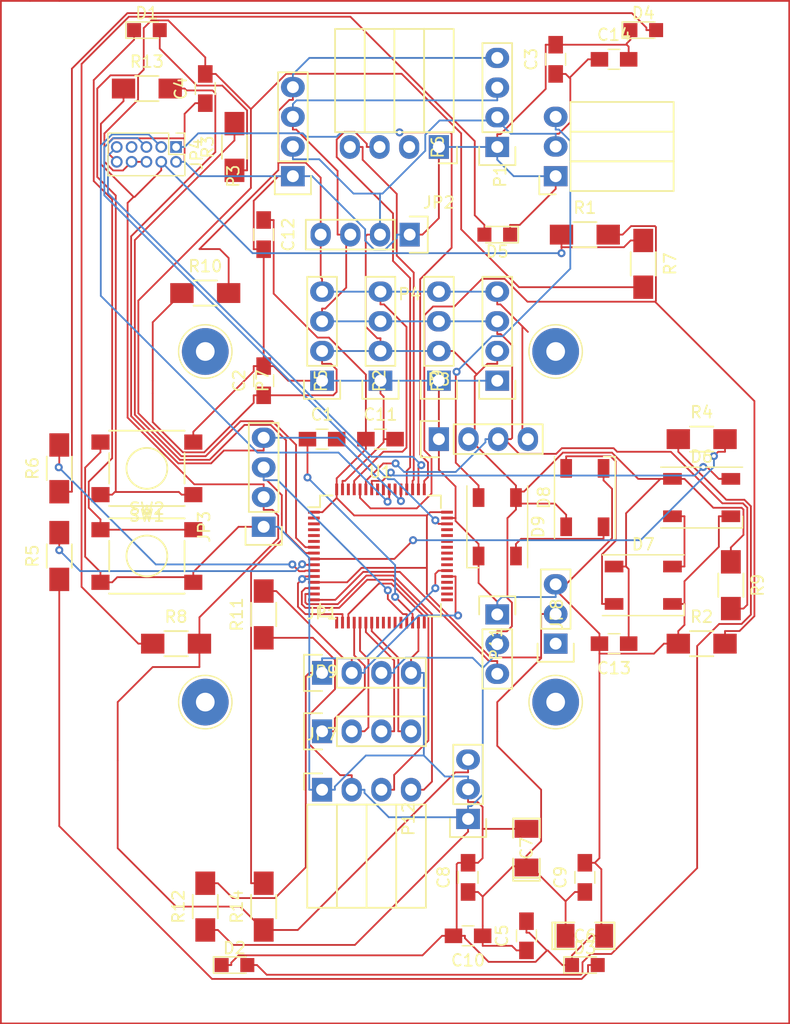
<source format=kicad_pcb>
(kicad_pcb (version 4) (host pcbnew 4.0.4-stable)
  (layers (0 F.Cu signal) (31 B.Cu signal) (34 B.Paste user) (35 F.Paste user) (36 B.SilkS user) (37 F.SilkS user) (38 B.Mask user) (39 F.Mask user) (44 Edge.Cuts user))
  (net 0 "")
  (net 1 "Net-(C1-Pad1)")
  (net 2 "Net-(C1-Pad2)")
  (net 3 /5V)
  (net 4 GND)
  (net 5 /3.3V)
  (net 6 /NRST)
  (net 7 "Net-(C10-Pad1)")
  (net 8 "Net-(D1-Pad2)")
  (net 9 "Net-(D1-Pad1)")
  (net 10 "Net-(D2-Pad2)")
  (net 11 "Net-(D3-Pad2)")
  (net 12 "Net-(D4-Pad2)")
  (net 13 "Net-(D5-Pad2)")
  (net 14 /DIN)
  (net 15 "Net-(D9-Pad2)")
  (net 16 "Net-(JP1-Pad2)")
  (net 17 /I2C2SCL)
  (net 18 /I2C2SDA)
  (net 19 /SWCLK)
  (net 20 /SWO)
  (net 21 /SWDIO)
  (net 22 "Net-(JP4-Pad7)")
  (net 23 /SDI)
  (net 24 /SDA)
  (net 25 /SCL)
  (net 26 /OUT)
  (net 27 /ENABLE)
  (net 28 "Net-(JP9-Pad1)")
  (net 29 "Net-(JP9-Pad2)")
  (net 30 "Net-(JP9-Pad3)")
  (net 31 "Net-(JP9-Pad4)")
  (net 32 /BOOT0)
  (net 33 /PC0)
  (net 34 /PC1)
  (net 35 /PC2)
  (net 36 /PC3)
  (net 37 "Net-(U1-Pad2)")
  (net 38 "Net-(U1-Pad3)")
  (net 39 "Net-(U1-Pad4)")
  (net 40 "Net-(U1-Pad5)")
  (net 41 "Net-(U1-Pad6)")
  (net 42 "Net-(U1-Pad17)")
  (net 43 "Net-(U1-Pad19)")
  (net 44 "Net-(U1-Pad24)")
  (net 45 "Net-(U1-Pad25)")
  (net 46 "Net-(U1-Pad26)")
  (net 47 "Net-(U1-Pad27)")
  (net 48 "Net-(U1-Pad28)")
  (net 49 "Net-(U1-Pad33)")
  (net 50 "Net-(U1-Pad34)")
  (net 51 "Net-(U1-Pad35)")
  (net 52 "Net-(U1-Pad36)")
  (net 53 "Net-(U1-Pad39)")
  (net 54 "Net-(U1-Pad40)")
  (net 55 "Net-(U1-Pad41)")
  (net 56 "Net-(U1-Pad42)")
  (net 57 "Net-(U1-Pad43)")
  (net 58 "Net-(U1-Pad44)")
  (net 59 "Net-(U1-Pad45)")
  (net 60 "Net-(U1-Pad54)")
  (net 61 "Net-(U1-Pad56)")
  (net 62 "Net-(U1-Pad57)")
  (net 63 "Net-(U1-Pad62)")
  (net 64 /PC11)
  (net 65 /PC10)
  (net 66 /DIN1)
  (net 67 /DIN2)
  (net 68 /DIN3)
  (net 69 "Net-(JP1-Pad1)")
  (net 70 "Net-(JP2-Pad2)")
  (net 71 "Net-(JP8-Pad3)")
  (net 72 "Net-(P11-Pad1)")
  (module Connect:1pin (layer F.Cu) (at 162.5 120)
    (fp_text reference REF** hide)
    (fp_text value 1pin hide)
    (pad 1 thru_hole circle (at 0 0) (size 4 4) (drill 1.6) (layers *.Cu *.Mask))
  )
  (module Connect:1pin (layer F.Cu) (at 132.5 120)
    (fp_text reference REF** hide)
    (fp_text value 1pin hide)
    (pad 1 thru_hole circle (at 0 0) (size 4 4) (drill 1.6) (layers *.Cu *.Mask))
  )
  (module Connect:1pin (layer F.Cu) (at 132.5 90)
    (fp_text reference REF** hide)
    (fp_text value 1pin hide)
    (pad 1 thru_hole circle (at 0 0) (size 4 4) (drill 1.6) (layers *.Cu *.Mask))
  )
  (module Capacitors_SMD:C_0805_HandSoldering (layer F.Cu) (at 142.5 97.5)
    (fp_text reference C1 (at 0 -2.1) (layer F.SilkS))
    (fp_text value 2.2nF)
    (pad 1 smd rect (at -1.25 0) (size 1.5 1.25) (layers F.Cu F.Paste F.Mask) (net 1 "Net-(C1-Pad1)"))
    (pad 2 smd rect (at 1.25 0) (size 1.5 1.25) (layers F.Cu F.Paste F.Mask) (net 2 "Net-(C1-Pad2)"))
  )
  (module Capacitors_SMD:C_0805_HandSoldering (layer F.Cu) (at 137.5 92.5 90)
    (fp_text reference C2 (at 0 -2.1 90) (layer F.SilkS))
    (fp_text value 0.1U)
    (pad 1 smd rect (at -1.25 0 90) (size 1.5 1.25) (layers F.Cu F.Paste F.Mask) (net 3 /5V))
    (pad 2 smd rect (at 1.25 0 90) (size 1.5 1.25) (layers F.Cu F.Paste F.Mask) (net 4 GND))
  )
  (module Capacitors_SMD:C_0805_HandSoldering (layer F.Cu) (at 162.5 65 90)
    (fp_text reference C3 (at 0 -2.1 90) (layer F.SilkS))
    (fp_text value 0.1U)
    (pad 1 smd rect (at -1.25 0 90) (size 1.5 1.25) (layers F.Cu F.Paste F.Mask) (net 3 /5V))
    (pad 2 smd rect (at 1.25 0 90) (size 1.5 1.25) (layers F.Cu F.Paste F.Mask) (net 4 GND))
  )
  (module Capacitors_SMD:C_0805_HandSoldering (layer F.Cu) (at 132.5 67.5 90)
    (fp_text reference C4 (at 0 -2.1 90) (layer F.SilkS))
    (fp_text value 10nF)
    (pad 1 smd rect (at -1.25 0 90) (size 1.5 1.25) (layers F.Cu F.Paste F.Mask) (net 4 GND))
    (pad 2 smd rect (at 1.25 0 90) (size 1.5 1.25) (layers F.Cu F.Paste F.Mask) (net 6 /NRST))
  )
  (module Capacitors_SMD:C_0805_HandSoldering (layer F.Cu) (at 160 140 90)
    (fp_text reference C5 (at 0 -2.1 90) (layer F.SilkS))
    (fp_text value 10nF)
    (pad 1 smd rect (at -1.25 0 90) (size 1.5 1.25) (layers F.Cu F.Paste F.Mask) (net 7 "Net-(C10-Pad1)"))
    (pad 2 smd rect (at 1.25 0 90) (size 1.5 1.25) (layers F.Cu F.Paste F.Mask) (net 4 GND))
  )
  (module SMD_Packages:SMD-1206_Pol (layer F.Cu) (at 165 140)
    (fp_text reference C6 (at 0 0) (layer F.SilkS))
    (fp_text value 1U)
    (pad 1 smd rect (at -1.651 0) (size 1.524 2.032) (layers F.Cu F.Paste F.Mask) (net 7 "Net-(C10-Pad1)"))
    (pad 2 smd rect (at 1.651 0) (size 1.524 2.032) (layers F.Cu F.Paste F.Mask) (net 4 GND))
  )
  (module SMD_Packages:SMD-1206_Pol (layer F.Cu) (at 160 132.5 90)
    (fp_text reference C7 (at 0 0 90) (layer F.SilkS))
    (fp_text value 4.7U)
    (pad 1 smd rect (at -1.651 0 90) (size 1.524 2.032) (layers F.Cu F.Paste F.Mask) (net 7 "Net-(C10-Pad1)"))
    (pad 2 smd rect (at 1.651 0 90) (size 1.524 2.032) (layers F.Cu F.Paste F.Mask) (net 4 GND))
  )
  (module Capacitors_SMD:C_0805_HandSoldering (layer F.Cu) (at 155 135 90)
    (fp_text reference C8 (at 0 -2.1 90) (layer F.SilkS))
    (fp_text value 0.1U)
    (pad 1 smd rect (at -1.25 0 90) (size 1.5 1.25) (layers F.Cu F.Paste F.Mask) (net 7 "Net-(C10-Pad1)"))
    (pad 2 smd rect (at 1.25 0 90) (size 1.5 1.25) (layers F.Cu F.Paste F.Mask) (net 4 GND))
  )
  (module Capacitors_SMD:C_0805_HandSoldering (layer F.Cu) (at 165 135 90)
    (fp_text reference C9 (at 0 -2.1 90) (layer F.SilkS))
    (fp_text value 0.1U)
    (pad 1 smd rect (at -1.25 0 90) (size 1.5 1.25) (layers F.Cu F.Paste F.Mask) (net 7 "Net-(C10-Pad1)"))
    (pad 2 smd rect (at 1.25 0 90) (size 1.5 1.25) (layers F.Cu F.Paste F.Mask) (net 4 GND))
  )
  (module Capacitors_SMD:C_0805_HandSoldering (layer F.Cu) (at 155 140 180)
    (fp_text reference C10 (at 0 -2.1 180) (layer F.SilkS))
    (fp_text value 0.1U)
    (pad 1 smd rect (at -1.25 0 180) (size 1.5 1.25) (layers F.Cu F.Paste F.Mask) (net 7 "Net-(C10-Pad1)"))
    (pad 2 smd rect (at 1.25 0 180) (size 1.5 1.25) (layers F.Cu F.Paste F.Mask) (net 4 GND))
  )
  (module Capacitors_SMD:C_0805_HandSoldering (layer F.Cu) (at 147.5 97.5)
    (fp_text reference C11 (at 0 -2.1) (layer F.SilkS))
    (fp_text value 0.1U)
    (pad 1 smd rect (at -1.25 0) (size 1.5 1.25) (layers F.Cu F.Paste F.Mask) (net 7 "Net-(C10-Pad1)"))
    (pad 2 smd rect (at 1.25 0) (size 1.5 1.25) (layers F.Cu F.Paste F.Mask) (net 4 GND))
  )
  (module Capacitors_SMD:C_0805_HandSoldering (layer F.Cu) (at 137.5 80 270)
    (fp_text reference C12 (at 0 -2.1 270) (layer F.SilkS))
    (fp_text value 0.1U)
    (pad 1 smd rect (at -1.25 0 270) (size 1.5 1.25) (layers F.Cu F.Paste F.Mask) (net 7 "Net-(C10-Pad1)"))
    (pad 2 smd rect (at 1.25 0 270) (size 1.5 1.25) (layers F.Cu F.Paste F.Mask) (net 4 GND))
  )
  (module Capacitors_SMD:C_0805_HandSoldering (layer F.Cu) (at 167.5 115 180)
    (fp_text reference C13 (at 0 -2.1 180) (layer F.SilkS))
    (fp_text value 0.1U)
    (pad 1 smd rect (at -1.25 0 180) (size 1.5 1.25) (layers F.Cu F.Paste F.Mask) (net 3 /5V))
    (pad 2 smd rect (at 1.25 0 180) (size 1.5 1.25) (layers F.Cu F.Paste F.Mask) (net 4 GND))
  )
  (module Capacitors_SMD:C_0805_HandSoldering (layer F.Cu) (at 167.5 65)
    (fp_text reference C14 (at 0 -2.1) (layer F.SilkS))
    (fp_text value 0.1U)
    (pad 1 smd rect (at -1.25 0) (size 1.5 1.25) (layers F.Cu F.Paste F.Mask) (net 3 /5V))
    (pad 2 smd rect (at 1.25 0) (size 1.5 1.25) (layers F.Cu F.Paste F.Mask) (net 4 GND))
  )
  (module LEDs:LED_0805 (layer F.Cu) (at 127.5 62.5)
    (fp_text reference D1 (at 0 -1.45) (layer F.SilkS))
    (fp_text value LED)
    (pad 2 smd rect (at 1.1 0 180) (size 1.2 1.2) (layers F.Cu F.Paste F.Mask) (net 8 "Net-(D1-Pad2)"))
    (pad 1 smd rect (at -1.1 0 180) (size 1.2 1.2) (layers F.Cu F.Paste F.Mask) (net 9 "Net-(D1-Pad1)"))
  )
  (module LEDs:LED_0805 (layer F.Cu) (at 135 142.5)
    (fp_text reference D2 (at 0 -1.45) (layer F.SilkS))
    (fp_text value LED)
    (pad 2 smd rect (at 1.1 0 180) (size 1.2 1.2) (layers F.Cu F.Paste F.Mask) (net 10 "Net-(D2-Pad2)"))
    (pad 1 smd rect (at -1.1 0 180) (size 1.2 1.2) (layers F.Cu F.Paste F.Mask) (net 4 GND))
  )
  (module LEDs:LED_0805 (layer F.Cu) (at 165 142.5)
    (fp_text reference D3 (at 0 -1.45) (layer F.SilkS))
    (fp_text value LED)
    (pad 2 smd rect (at 1.1 0 180) (size 1.2 1.2) (layers F.Cu F.Paste F.Mask) (net 11 "Net-(D3-Pad2)"))
    (pad 1 smd rect (at -1.1 0 180) (size 1.2 1.2) (layers F.Cu F.Paste F.Mask) (net 4 GND))
  )
  (module LEDs:LED_0805 (layer F.Cu) (at 170 62.5)
    (fp_text reference D4 (at 0 -1.45) (layer F.SilkS))
    (fp_text value LED)
    (pad 2 smd rect (at 1.1 0 180) (size 1.2 1.2) (layers F.Cu F.Paste F.Mask) (net 12 "Net-(D4-Pad2)"))
    (pad 1 smd rect (at -1.1 0 180) (size 1.2 1.2) (layers F.Cu F.Paste F.Mask) (net 4 GND))
  )
  (module LEDs:LED_0805 (layer F.Cu) (at 157.5 80 180)
    (fp_text reference D5 (at 0 -1.45 180) (layer F.SilkS))
    (fp_text value LED)
    (pad 2 smd rect (at 1.1 0) (size 1.2 1.2) (layers F.Cu F.Paste F.Mask) (net 13 "Net-(D5-Pad2)"))
    (pad 1 smd rect (at -1.1 0) (size 1.2 1.2) (layers F.Cu F.Paste F.Mask) (net 4 GND))
  )
  (module LEDs:LED_WS2812B-PLCC4 (layer F.Cu) (at 175 102.5)
    (fp_text reference D6 (at 0 -3.5) (layer F.SilkS))
    (fp_text value WS2812B)
    (pad 3 smd rect (at 2.5 1.6) (size 1.6 1) (layers F.Cu F.Paste F.Mask) (net 4 GND))
    (pad 4 smd rect (at 2.5 -1.6) (size 1.6 1) (layers F.Cu F.Paste F.Mask) (net 14 /DIN))
    (pad 2 smd rect (at -2.5 1.6) (size 1.6 1) (layers F.Cu F.Paste F.Mask) (net 66 /DIN1))
    (pad 1 smd rect (at -2.5 -1.6) (size 1.6 1) (layers F.Cu F.Paste F.Mask) (net 3 /5V))
  )
  (module LEDs:LED_WS2812B-PLCC4 (layer F.Cu) (at 170 110)
    (fp_text reference D7 (at 0 -3.5) (layer F.SilkS))
    (fp_text value WS2812B)
    (pad 3 smd rect (at 2.5 1.6) (size 1.6 1) (layers F.Cu F.Paste F.Mask) (net 4 GND))
    (pad 4 smd rect (at 2.5 -1.6) (size 1.6 1) (layers F.Cu F.Paste F.Mask) (net 66 /DIN1))
    (pad 2 smd rect (at -2.5 1.6) (size 1.6 1) (layers F.Cu F.Paste F.Mask) (net 67 /DIN2))
    (pad 1 smd rect (at -2.5 -1.6) (size 1.6 1) (layers F.Cu F.Paste F.Mask) (net 3 /5V))
  )
  (module LEDs:LED_WS2812B-PLCC4 (layer F.Cu) (at 165 102.5 90)
    (fp_text reference D8 (at 0 -3.5 90) (layer F.SilkS))
    (fp_text value WS2812B)
    (pad 3 smd rect (at 2.5 1.6 90) (size 1.6 1) (layers F.Cu F.Paste F.Mask) (net 4 GND))
    (pad 4 smd rect (at 2.5 -1.6 90) (size 1.6 1) (layers F.Cu F.Paste F.Mask) (net 67 /DIN2))
    (pad 2 smd rect (at -2.5 1.6 90) (size 1.6 1) (layers F.Cu F.Paste F.Mask) (net 68 /DIN3))
    (pad 1 smd rect (at -2.5 -1.6 90) (size 1.6 1) (layers F.Cu F.Paste F.Mask) (net 3 /5V))
  )
  (module LEDs:LED_WS2812B-PLCC4 (layer F.Cu) (at 157.5 105 270)
    (fp_text reference D9 (at 0 -3.5 270) (layer F.SilkS))
    (fp_text value WS2812B)
    (pad 3 smd rect (at 2.5 1.6 270) (size 1.6 1) (layers F.Cu F.Paste F.Mask) (net 4 GND))
    (pad 4 smd rect (at 2.5 -1.6 270) (size 1.6 1) (layers F.Cu F.Paste F.Mask) (net 68 /DIN3))
    (pad 2 smd rect (at -2.5 1.6 270) (size 1.6 1) (layers F.Cu F.Paste F.Mask) (net 15 "Net-(D9-Pad2)"))
    (pad 1 smd rect (at -2.5 -1.6 270) (size 1.6 1) (layers F.Cu F.Paste F.Mask) (net 3 /5V))
  )
  (module Socket_Strips:Socket_Strip_Straight_1x04 (layer F.Cu) (at 142.5 117.5)
    (fp_text reference JP1 (at 0 -5.1) (layer F.SilkS))
    (fp_text value OPTICAL-FLOW)
    (pad 1 thru_hole rect (at 0 0) (size 1.7272 2.032) (drill 1.016) (layers *.Cu *.Mask) (net 69 "Net-(JP1-Pad1)"))
    (pad 2 thru_hole oval (at 2.54 0) (size 1.7272 2.032) (drill 1.016) (layers *.Cu *.Mask) (net 16 "Net-(JP1-Pad2)"))
    (pad 3 thru_hole oval (at 5.08 0) (size 1.7272 2.032) (drill 1.016) (layers *.Cu *.Mask) (net 3 /5V))
    (pad 4 thru_hole oval (at 7.62 0) (size 1.7272 2.032) (drill 1.016) (layers *.Cu *.Mask) (net 4 GND))
  )
  (module Socket_Strips:Socket_Strip_Angled_1x04 (layer F.Cu) (at 152.5 72.5 180)
    (fp_text reference JP2 (at 0 -4.75 180) (layer F.SilkS))
    (fp_text value AUTOPILOT)
    (pad 1 thru_hole rect (at 0 0 180) (size 1.7272 2.032) (drill 1.016) (layers *.Cu *.Mask) (net 4 GND))
    (pad 2 thru_hole oval (at 2.54 0 180) (size 1.7272 2.032) (drill 1.016) (layers *.Cu *.Mask) (net 70 "Net-(JP2-Pad2)"))
    (pad 3 thru_hole oval (at 5.08 0 180) (size 1.7272 2.032) (drill 1.016) (layers *.Cu *.Mask) (net 64 /PC11))
    (pad 4 thru_hole oval (at 7.62 0 180) (size 1.7272 2.032) (drill 1.016) (layers *.Cu *.Mask) (net 65 /PC10))
  )
  (module Socket_Strips:Socket_Strip_Straight_1x04 (layer F.Cu) (at 137.5 105 90)
    (fp_text reference JP3 (at 0 -5.1 90) (layer F.SilkS))
    (fp_text value ILLUMINSENSORI2C2)
    (pad 1 thru_hole rect (at 0 0 90) (size 1.7272 2.032) (drill 1.016) (layers *.Cu *.Mask) (net 4 GND))
    (pad 2 thru_hole oval (at 2.54 0 90) (size 1.7272 2.032) (drill 1.016) (layers *.Cu *.Mask) (net 5 /3.3V))
    (pad 3 thru_hole oval (at 5.08 0 90) (size 1.7272 2.032) (drill 1.016) (layers *.Cu *.Mask) (net 17 /I2C2SCL))
    (pad 4 thru_hole oval (at 7.62 0 90) (size 1.7272 2.032) (drill 1.016) (layers *.Cu *.Mask) (net 18 /I2C2SDA))
  )
  (module Pin_Headers:Pin_Header_Straight_2x05_Pitch1.27mm (layer F.Cu) (at 130 72.5 270)
    (fp_text reference JP4 (at 0.635 -1.755 270) (layer F.SilkS))
    (fp_text value JTAG)
    (pad 1 thru_hole rect (at 0 0 270) (size 1 1) (drill 0.65) (layers *.Cu *.Mask) (net 19 /SWCLK))
    (pad 2 thru_hole oval (at 1.27 0 270) (size 1 1) (drill 0.65) (layers *.Cu *.Mask) (net 4 GND))
    (pad 3 thru_hole oval (at 0 1.27 270) (size 1 1) (drill 0.65) (layers *.Cu *.Mask) (net 20 /SWO))
    (pad 4 thru_hole oval (at 1.27 1.27 270) (size 1 1) (drill 0.65) (layers *.Cu *.Mask) (net 5 /3.3V))
    (pad 5 thru_hole oval (at 0 2.54 270) (size 1 1) (drill 0.65) (layers *.Cu *.Mask) (net 21 /SWDIO))
    (pad 6 thru_hole oval (at 1.27 2.54 270) (size 1 1) (drill 0.65) (layers *.Cu *.Mask) (net 6 /NRST))
    (pad 7 thru_hole oval (at 0 3.81 270) (size 1 1) (drill 0.65) (layers *.Cu *.Mask) (net 22 "Net-(JP4-Pad7)"))
    (pad 8 thru_hole oval (at 1.27 3.81 270) (size 1 1) (drill 0.65) (layers *.Cu *.Mask) (net 6 /NRST))
    (pad 9 thru_hole oval (at 0 5.08 270) (size 1 1) (drill 0.65) (layers *.Cu *.Mask) (net 23 /SDI))
    (pad 10 thru_hole oval (at 1.27 5.08 270) (size 1 1) (drill 0.65) (layers *.Cu *.Mask) (net 4 GND))
  )
  (module Socket_Strips:Socket_Strip_Angled_1x04 (layer F.Cu) (at 142.5 127.5)
    (fp_text reference JP7 (at 0 -4.75) (layer F.SilkS))
    (fp_text value "IR DISTANCE")
    (pad 1 thru_hole rect (at 0 0) (size 1.7272 2.032) (drill 1.016) (layers *.Cu *.Mask) (net 4 GND))
    (pad 2 thru_hole oval (at 2.54 0) (size 1.7272 2.032) (drill 1.016) (layers *.Cu *.Mask) (net 3 /5V))
    (pad 3 thru_hole oval (at 5.08 0) (size 1.7272 2.032) (drill 1.016) (layers *.Cu *.Mask) (net 26 /OUT))
    (pad 4 thru_hole oval (at 7.62 0) (size 1.7272 2.032) (drill 1.016) (layers *.Cu *.Mask) (net 27 /ENABLE))
  )
  (module Socket_Strips:Socket_Strip_Straight_1x03 (layer F.Cu) (at 157.5 112.5 270)
    (fp_text reference JP8 (at 0 -5.1 270) (layer F.SilkS))
    (fp_text value "CURENT SENSOR")
    (pad 1 thru_hole rect (at 0 0 270) (size 1.7272 2.032) (drill 1.016) (layers *.Cu *.Mask) (net 4 GND))
    (pad 2 thru_hole oval (at 2.54 0 270) (size 1.7272 2.032) (drill 1.016) (layers *.Cu *.Mask) (net 3 /5V))
    (pad 3 thru_hole oval (at 5.08 0 270) (size 1.7272 2.032) (drill 1.016) (layers *.Cu *.Mask) (net 71 "Net-(JP8-Pad3)"))
  )
  (module Socket_Strips:Socket_Strip_Straight_1x04 (layer F.Cu) (at 142.5 122.5)
    (fp_text reference JP9 (at 0 -5.1) (layer F.SilkS))
    (fp_text value "RANGING SENSOR")
    (pad 1 thru_hole rect (at 0 0) (size 1.7272 2.032) (drill 1.016) (layers *.Cu *.Mask) (net 28 "Net-(JP9-Pad1)"))
    (pad 2 thru_hole oval (at 2.54 0) (size 1.7272 2.032) (drill 1.016) (layers *.Cu *.Mask) (net 29 "Net-(JP9-Pad2)"))
    (pad 3 thru_hole oval (at 5.08 0) (size 1.7272 2.032) (drill 1.016) (layers *.Cu *.Mask) (net 30 "Net-(JP9-Pad3)"))
    (pad 4 thru_hole oval (at 7.62 0) (size 1.7272 2.032) (drill 1.016) (layers *.Cu *.Mask) (net 31 "Net-(JP9-Pad4)"))
  )
  (module Socket_Strips:Socket_Strip_Angled_1x03 (layer F.Cu) (at 162.5 75 90)
    (fp_text reference P1 (at 0 -4.75 90) (layer F.SilkS))
    (fp_text value "CONN WS2812")
    (pad 1 thru_hole rect (at 0 0 90) (size 1.7272 2.032) (drill 1.016) (layers *.Cu *.Mask) (net 4 GND))
    (pad 2 thru_hole oval (at 2.54 0 90) (size 1.7272 2.032) (drill 1.016) (layers *.Cu *.Mask) (net 3 /5V))
    (pad 3 thru_hole oval (at 5.08 0 90) (size 1.7272 2.032) (drill 1.016) (layers *.Cu *.Mask) (net 15 "Net-(D9-Pad2)"))
  )
  (module Socket_Strips:Socket_Strip_Straight_1x04 (layer F.Cu) (at 152.5 92.5 90)
    (fp_text reference P2 (at 0 -5.1 90) (layer F.SilkS))
    (fp_text value I2C-SONAR)
    (pad 1 thru_hole rect (at 0 0 90) (size 1.7272 2.032) (drill 1.016) (layers *.Cu *.Mask) (net 4 GND))
    (pad 2 thru_hole oval (at 2.54 0 90) (size 1.7272 2.032) (drill 1.016) (layers *.Cu *.Mask) (net 3 /5V))
    (pad 3 thru_hole oval (at 5.08 0 90) (size 1.7272 2.032) (drill 1.016) (layers *.Cu *.Mask) (net 24 /SDA))
    (pad 4 thru_hole oval (at 7.62 0 90) (size 1.7272 2.032) (drill 1.016) (layers *.Cu *.Mask) (net 25 /SCL))
  )
  (module Socket_Strips:Socket_Strip_Straight_1x04 (layer F.Cu) (at 140 75 90)
    (fp_text reference P3 (at 0 -5.1 90) (layer F.SilkS))
    (fp_text value I2C-SONAR)
    (pad 1 thru_hole rect (at 0 0 90) (size 1.7272 2.032) (drill 1.016) (layers *.Cu *.Mask) (net 4 GND))
    (pad 2 thru_hole oval (at 2.54 0 90) (size 1.7272 2.032) (drill 1.016) (layers *.Cu *.Mask) (net 3 /5V))
    (pad 3 thru_hole oval (at 5.08 0 90) (size 1.7272 2.032) (drill 1.016) (layers *.Cu *.Mask) (net 24 /SDA))
    (pad 4 thru_hole oval (at 7.62 0 90) (size 1.7272 2.032) (drill 1.016) (layers *.Cu *.Mask) (net 25 /SCL))
  )
  (module Socket_Strips:Socket_Strip_Straight_1x04 (layer F.Cu) (at 150 80 180)
    (fp_text reference P4 (at 0 -5.1 180) (layer F.SilkS))
    (fp_text value I2C-SONAR)
    (pad 1 thru_hole rect (at 0 0 180) (size 1.7272 2.032) (drill 1.016) (layers *.Cu *.Mask) (net 4 GND))
    (pad 2 thru_hole oval (at 2.54 0 180) (size 1.7272 2.032) (drill 1.016) (layers *.Cu *.Mask) (net 3 /5V))
    (pad 3 thru_hole oval (at 5.08 0 180) (size 1.7272 2.032) (drill 1.016) (layers *.Cu *.Mask) (net 24 /SDA))
    (pad 4 thru_hole oval (at 7.62 0 180) (size 1.7272 2.032) (drill 1.016) (layers *.Cu *.Mask) (net 25 /SCL))
  )
  (module Socket_Strips:Socket_Strip_Straight_1x04 (layer F.Cu) (at 147.5 92.5 90)
    (fp_text reference P5 (at 0 -5.1 90) (layer F.SilkS))
    (fp_text value I2C-SONAR)
    (pad 1 thru_hole rect (at 0 0 90) (size 1.7272 2.032) (drill 1.016) (layers *.Cu *.Mask) (net 4 GND))
    (pad 2 thru_hole oval (at 2.54 0 90) (size 1.7272 2.032) (drill 1.016) (layers *.Cu *.Mask) (net 3 /5V))
    (pad 3 thru_hole oval (at 5.08 0 90) (size 1.7272 2.032) (drill 1.016) (layers *.Cu *.Mask) (net 24 /SDA))
    (pad 4 thru_hole oval (at 7.62 0 90) (size 1.7272 2.032) (drill 1.016) (layers *.Cu *.Mask) (net 25 /SCL))
  )
  (module Socket_Strips:Socket_Strip_Straight_1x04 (layer F.Cu) (at 157.5 72.5 90)
    (fp_text reference P6 (at 0 -5.1 90) (layer F.SilkS))
    (fp_text value I2C-SONAR)
    (pad 1 thru_hole rect (at 0 0 90) (size 1.7272 2.032) (drill 1.016) (layers *.Cu *.Mask) (net 4 GND))
    (pad 2 thru_hole oval (at 2.54 0 90) (size 1.7272 2.032) (drill 1.016) (layers *.Cu *.Mask) (net 3 /5V))
    (pad 3 thru_hole oval (at 5.08 0 90) (size 1.7272 2.032) (drill 1.016) (layers *.Cu *.Mask) (net 24 /SDA))
    (pad 4 thru_hole oval (at 7.62 0 90) (size 1.7272 2.032) (drill 1.016) (layers *.Cu *.Mask) (net 25 /SCL))
  )
  (module Socket_Strips:Socket_Strip_Straight_1x04 (layer F.Cu) (at 142.5 92.5 90)
    (fp_text reference P7 (at 0 -5.1 90) (layer F.SilkS))
    (fp_text value I2C-SONAR)
    (pad 1 thru_hole rect (at 0 0 90) (size 1.7272 2.032) (drill 1.016) (layers *.Cu *.Mask) (net 4 GND))
    (pad 2 thru_hole oval (at 2.54 0 90) (size 1.7272 2.032) (drill 1.016) (layers *.Cu *.Mask) (net 3 /5V))
    (pad 3 thru_hole oval (at 5.08 0 90) (size 1.7272 2.032) (drill 1.016) (layers *.Cu *.Mask) (net 24 /SDA))
    (pad 4 thru_hole oval (at 7.62 0 90) (size 1.7272 2.032) (drill 1.016) (layers *.Cu *.Mask) (net 25 /SCL))
  )
  (module Socket_Strips:Socket_Strip_Straight_1x04 (layer F.Cu) (at 152.5 97.5)
    (fp_text reference P8 (at 0 -5.1) (layer F.SilkS))
    (fp_text value I2C-SONAR)
    (pad 1 thru_hole rect (at 0 0) (size 1.7272 2.032) (drill 1.016) (layers *.Cu *.Mask) (net 4 GND))
    (pad 2 thru_hole oval (at 2.54 0) (size 1.7272 2.032) (drill 1.016) (layers *.Cu *.Mask) (net 3 /5V))
    (pad 3 thru_hole oval (at 5.08 0) (size 1.7272 2.032) (drill 1.016) (layers *.Cu *.Mask) (net 24 /SDA))
    (pad 4 thru_hole oval (at 7.62 0) (size 1.7272 2.032) (drill 1.016) (layers *.Cu *.Mask) (net 25 /SCL))
  )
  (module Socket_Strips:Socket_Strip_Straight_1x04 (layer F.Cu) (at 157.5 92.5 90)
    (fp_text reference P9 (at 0 -5.1 90) (layer F.SilkS))
    (fp_text value I2C-SONAR)
    (pad 1 thru_hole rect (at 0 0 90) (size 1.7272 2.032) (drill 1.016) (layers *.Cu *.Mask) (net 4 GND))
    (pad 2 thru_hole oval (at 2.54 0 90) (size 1.7272 2.032) (drill 1.016) (layers *.Cu *.Mask) (net 3 /5V))
    (pad 3 thru_hole oval (at 5.08 0 90) (size 1.7272 2.032) (drill 1.016) (layers *.Cu *.Mask) (net 24 /SDA))
    (pad 4 thru_hole oval (at 7.62 0 90) (size 1.7272 2.032) (drill 1.016) (layers *.Cu *.Mask) (net 25 /SCL))
  )
  (module Socket_Strips:Socket_Strip_Straight_1x03 (layer F.Cu) (at 162.5 115 90)
    (fp_text reference P11 (at 0 -5.1 90) (layer F.SilkS))
    (fp_text value "voltage conn")
    (pad 1 thru_hole rect (at 0 0 90) (size 1.7272 2.032) (drill 1.016) (layers *.Cu *.Mask) (net 72 "Net-(P11-Pad1)"))
    (pad 2 thru_hole oval (at 2.54 0 90) (size 1.7272 2.032) (drill 1.016) (layers *.Cu *.Mask) (net 7 "Net-(C10-Pad1)"))
    (pad 3 thru_hole oval (at 5.08 0 90) (size 1.7272 2.032) (drill 1.016) (layers *.Cu *.Mask) (net 4 GND))
  )
  (module Socket_Strips:Socket_Strip_Straight_1x03 (layer F.Cu) (at 155 130 90)
    (fp_text reference P12 (at 0 -5.1 90) (layer F.SilkS))
    (fp_text value "voltage connector")
    (pad 1 thru_hole rect (at 0 0 90) (size 1.7272 2.032) (drill 1.016) (layers *.Cu *.Mask) (net 3 /5V))
    (pad 2 thru_hole oval (at 2.54 0 90) (size 1.7272 2.032) (drill 1.016) (layers *.Cu *.Mask) (net 4 GND))
    (pad 3 thru_hole oval (at 5.08 0 90) (size 1.7272 2.032) (drill 1.016) (layers *.Cu *.Mask) (net 5 /3.3V))
  )
  (module Resistors_SMD:R_1206_HandSoldering (layer F.Cu) (at 165 80)
    (fp_text reference R1 (at 0 -2.3) (layer F.SilkS))
    (fp_text value 4.7KE)
    (pad 1 smd rect (at -2 0) (size 2 1.7) (layers F.Cu F.Paste F.Mask) (net 5 /3.3V))
    (pad 2 smd rect (at 2 0) (size 2 1.7) (layers F.Cu F.Paste F.Mask) (net 32 /BOOT0))
  )
  (module Resistors_SMD:R_1206_HandSoldering (layer F.Cu) (at 175 115)
    (fp_text reference R2 (at 0 -2.3) (layer F.SilkS))
    (fp_text value 4.7KE)
    (pad 1 smd rect (at -2 0) (size 2 1.7) (layers F.Cu F.Paste F.Mask) (net 4 GND))
    (pad 2 smd rect (at 2 0) (size 2 1.7) (layers F.Cu F.Paste F.Mask) (net 32 /BOOT0))
  )
  (module Resistors_SMD:R_1206_HandSoldering (layer F.Cu) (at 135 72.5 90)
    (fp_text reference R3 (at 0 -2.3 90) (layer F.SilkS))
    (fp_text value 470E)
    (pad 1 smd rect (at -2 0 90) (size 2 1.7) (layers F.Cu F.Paste F.Mask) (net 8 "Net-(D1-Pad2)"))
    (pad 2 smd rect (at 2 0 90) (size 2 1.7) (layers F.Cu F.Paste F.Mask) (net 33 /PC0))
  )
  (module Resistors_SMD:R_1206_HandSoldering (layer F.Cu) (at 175 97.5)
    (fp_text reference R4 (at 0 -2.3) (layer F.SilkS))
    (fp_text value 470E)
    (pad 1 smd rect (at -2 0) (size 2 1.7) (layers F.Cu F.Paste F.Mask) (net 10 "Net-(D2-Pad2)"))
    (pad 2 smd rect (at 2 0) (size 2 1.7) (layers F.Cu F.Paste F.Mask) (net 34 /PC1))
  )
  (module Resistors_SMD:R_1206_HandSoldering (layer F.Cu) (at 120 107.5 90)
    (fp_text reference R5 (at 0 -2.3 90) (layer F.SilkS))
    (fp_text value 470E)
    (pad 1 smd rect (at -2 0 90) (size 2 1.7) (layers F.Cu F.Paste F.Mask) (net 11 "Net-(D3-Pad2)"))
    (pad 2 smd rect (at 2 0 90) (size 2 1.7) (layers F.Cu F.Paste F.Mask) (net 35 /PC2))
  )
  (module Resistors_SMD:R_1206_HandSoldering (layer F.Cu) (at 120 100 90)
    (fp_text reference R6 (at 0 -2.3 90) (layer F.SilkS))
    (fp_text value 470E)
    (pad 1 smd rect (at -2 0 90) (size 2 1.7) (layers F.Cu F.Paste F.Mask) (net 12 "Net-(D4-Pad2)"))
    (pad 2 smd rect (at 2 0 90) (size 2 1.7) (layers F.Cu F.Paste F.Mask) (net 36 /PC3))
  )
  (module Resistors_SMD:R_1206_HandSoldering (layer F.Cu) (at 170 82.5 270)
    (fp_text reference R7 (at 0 -2.3 270) (layer F.SilkS))
    (fp_text value 10KE)
    (pad 1 smd rect (at -2 0 270) (size 2 1.7) (layers F.Cu F.Paste F.Mask) (net 5 /3.3V))
    (pad 2 smd rect (at 2 0 270) (size 2 1.7) (layers F.Cu F.Paste F.Mask) (net 6 /NRST))
  )
  (module Resistors_SMD:R_1206_HandSoldering (layer F.Cu) (at 130 115)
    (fp_text reference R8 (at 0 -2.3) (layer F.SilkS))
    (fp_text value 470E)
    (pad 1 smd rect (at -2 0) (size 2 1.7) (layers F.Cu F.Paste F.Mask) (net 13 "Net-(D5-Pad2)"))
    (pad 2 smd rect (at 2 0) (size 2 1.7) (layers F.Cu F.Paste F.Mask) (net 5 /3.3V))
  )
  (module Resistors_SMD:R_1206_HandSoldering (layer F.Cu) (at 177.5 110 270)
    (fp_text reference R9 (at 0 -2.3 270) (layer F.SilkS))
    (fp_text value 4.7KE)
    (pad 1 smd rect (at -2 0 270) (size 2 1.7) (layers F.Cu F.Paste F.Mask) (net 3 /5V))
    (pad 2 smd rect (at 2 0 270) (size 2 1.7) (layers F.Cu F.Paste F.Mask) (net 24 /SDA))
  )
  (module Resistors_SMD:R_1206_HandSoldering (layer F.Cu) (at 132.5 85)
    (fp_text reference R10 (at 0 -2.3) (layer F.SilkS))
    (fp_text value 4.7KE)
    (pad 1 smd rect (at -2 0) (size 2 1.7) (layers F.Cu F.Paste F.Mask) (net 3 /5V))
    (pad 2 smd rect (at 2 0) (size 2 1.7) (layers F.Cu F.Paste F.Mask) (net 25 /SCL))
  )
  (module Resistors_SMD:R_1206_HandSoldering (layer F.Cu) (at 137.5 112.5 90)
    (fp_text reference R11 (at 0 -2.3 90) (layer F.SilkS))
    (fp_text value 4.7KE)
    (pad 1 smd rect (at -2 0 90) (size 2 1.7) (layers F.Cu F.Paste F.Mask) (net 3 /5V))
    (pad 2 smd rect (at 2 0 90) (size 2 1.7) (layers F.Cu F.Paste F.Mask) (net 16 "Net-(JP1-Pad2)"))
  )
  (module Resistors_SMD:R_1206_HandSoldering (layer F.Cu) (at 132.5 137.5 90)
    (fp_text reference R12 (at 0 -2.3 90) (layer F.SilkS))
    (fp_text value 4.7KE)
    (pad 1 smd rect (at -2 0 90) (size 2 1.7) (layers F.Cu F.Paste F.Mask) (net 3 /5V))
    (pad 2 smd rect (at 2 0 90) (size 2 1.7) (layers F.Cu F.Paste F.Mask) (net 69 "Net-(JP1-Pad1)"))
  )
  (module Resistors_SMD:R_1206_HandSoldering (layer F.Cu) (at 127.5 67.5)
    (fp_text reference R13 (at 0 -2.3) (layer F.SilkS))
    (fp_text value 4.7KE)
    (pad 1 smd rect (at -2 0) (size 2 1.7) (layers F.Cu F.Paste F.Mask) (net 5 /3.3V))
    (pad 2 smd rect (at 2 0) (size 2 1.7) (layers F.Cu F.Paste F.Mask) (net 18 /I2C2SDA))
  )
  (module Resistors_SMD:R_1206_HandSoldering (layer F.Cu) (at 137.5 137.5 90)
    (fp_text reference R14 (at 0 -2.3 90) (layer F.SilkS))
    (fp_text value 4.7KE)
    (pad 1 smd rect (at -2 0 90) (size 2 1.7) (layers F.Cu F.Paste F.Mask) (net 5 /3.3V))
    (pad 2 smd rect (at 2 0 90) (size 2 1.7) (layers F.Cu F.Paste F.Mask) (net 17 /I2C2SCL))
  )
  (module Buttons_Switches_SMD:SW_SPST_PTS645 (layer F.Cu) (at 127.5 100 180)
    (fp_text reference SW1 (at 0 -4.05 180) (layer F.SilkS))
    (fp_text value SW_PUSH)
    (pad 2 smd rect (at -3.975 2.25 180) (size 1.55 1.3) (layers F.Cu F.Paste F.Mask) (net 4 GND))
    (pad 1 smd rect (at -3.975 -2.25 180) (size 1.55 1.3) (layers F.Cu F.Paste F.Mask) (net 6 /NRST))
    (pad 1 smd rect (at 3.975 -2.25 180) (size 1.55 1.3) (layers F.Cu F.Paste F.Mask) (net 6 /NRST))
    (pad 2 smd rect (at 3.975 2.25 180) (size 1.55 1.3) (layers F.Cu F.Paste F.Mask) (net 4 GND))
  )
  (module Buttons_Switches_SMD:SW_SPST_PTS645 (layer F.Cu) (at 127.5 107.5)
    (fp_text reference SW2 (at 0 -4.05) (layer F.SilkS))
    (fp_text value SW_PUSH)
    (pad 2 smd rect (at -3.975 2.25) (size 1.55 1.3) (layers F.Cu F.Paste F.Mask) (net 4 GND))
    (pad 1 smd rect (at -3.975 -2.25) (size 1.55 1.3) (layers F.Cu F.Paste F.Mask) (net 9 "Net-(D1-Pad1)"))
    (pad 1 smd rect (at 3.975 -2.25) (size 1.55 1.3) (layers F.Cu F.Paste F.Mask) (net 9 "Net-(D1-Pad1)"))
    (pad 2 smd rect (at 3.975 2.25) (size 1.55 1.3) (layers F.Cu F.Paste F.Mask) (net 4 GND))
  )
  (module Housings_QFP:LQFP-64_10x10mm_Pitch0.5mm (layer F.Cu) (at 147.5 107.5)
    (fp_text reference U1 (at 0 -7.2) (layer F.SilkS))
    (fp_text value STM32F446RETx)
    (pad 1 smd rect (at -5.7 -3.75) (size 1 0.25) (layers F.Cu F.Paste F.Mask) (net 7 "Net-(C10-Pad1)"))
    (pad 2 smd rect (at -5.7 -3.25) (size 1 0.25) (layers F.Cu F.Paste F.Mask) (net 37 "Net-(U1-Pad2)"))
    (pad 3 smd rect (at -5.7 -2.75) (size 1 0.25) (layers F.Cu F.Paste F.Mask) (net 38 "Net-(U1-Pad3)"))
    (pad 4 smd rect (at -5.7 -2.25) (size 1 0.25) (layers F.Cu F.Paste F.Mask) (net 39 "Net-(U1-Pad4)"))
    (pad 5 smd rect (at -5.7 -1.75) (size 1 0.25) (layers F.Cu F.Paste F.Mask) (net 40 "Net-(U1-Pad5)"))
    (pad 6 smd rect (at -5.7 -1.25) (size 1 0.25) (layers F.Cu F.Paste F.Mask) (net 41 "Net-(U1-Pad6)"))
    (pad 7 smd rect (at -5.7 -0.75) (size 1 0.25) (layers F.Cu F.Paste F.Mask) (net 6 /NRST))
    (pad 8 smd rect (at -5.7 -0.25) (size 1 0.25) (layers F.Cu F.Paste F.Mask) (net 33 /PC0))
    (pad 9 smd rect (at -5.7 0.25) (size 1 0.25) (layers F.Cu F.Paste F.Mask) (net 34 /PC1))
    (pad 10 smd rect (at -5.7 0.75) (size 1 0.25) (layers F.Cu F.Paste F.Mask) (net 35 /PC2))
    (pad 11 smd rect (at -5.7 1.25) (size 1 0.25) (layers F.Cu F.Paste F.Mask) (net 36 /PC3))
    (pad 12 smd rect (at -5.7 1.75) (size 1 0.25) (layers F.Cu F.Paste F.Mask) (net 4 GND))
    (pad 13 smd rect (at -5.7 2.25) (size 1 0.25) (layers F.Cu F.Paste F.Mask) (net 7 "Net-(C10-Pad1)"))
    (pad 14 smd rect (at -5.7 2.75) (size 1 0.25) (layers F.Cu F.Paste F.Mask) (net 26 /OUT))
    (pad 15 smd rect (at -5.7 3.25) (size 1 0.25) (layers F.Cu F.Paste F.Mask) (net 27 /ENABLE))
    (pad 16 smd rect (at -5.7 3.75) (size 1 0.25) (layers F.Cu F.Paste F.Mask) (net 71 "Net-(JP8-Pad3)"))
    (pad 17 smd rect (at -3.75 5.7 90) (size 1 0.25) (layers F.Cu F.Paste F.Mask) (net 42 "Net-(U1-Pad17)"))
    (pad 18 smd rect (at -3.25 5.7 90) (size 1 0.25) (layers F.Cu F.Paste F.Mask) (net 4 GND))
    (pad 19 smd rect (at -2.75 5.7 90) (size 1 0.25) (layers F.Cu F.Paste F.Mask) (net 43 "Net-(U1-Pad19)"))
    (pad 20 smd rect (at -2.25 5.7 90) (size 1 0.25) (layers F.Cu F.Paste F.Mask) (net 28 "Net-(JP9-Pad1)"))
    (pad 21 smd rect (at -1.75 5.7 90) (size 1 0.25) (layers F.Cu F.Paste F.Mask) (net 29 "Net-(JP9-Pad2)"))
    (pad 22 smd rect (at -1.25 5.7 90) (size 1 0.25) (layers F.Cu F.Paste F.Mask) (net 30 "Net-(JP9-Pad3)"))
    (pad 23 smd rect (at -0.75 5.7 90) (size 1 0.25) (layers F.Cu F.Paste F.Mask) (net 31 "Net-(JP9-Pad4)"))
    (pad 24 smd rect (at -0.25 5.7 90) (size 1 0.25) (layers F.Cu F.Paste F.Mask) (net 44 "Net-(U1-Pad24)"))
    (pad 25 smd rect (at 0.25 5.7 90) (size 1 0.25) (layers F.Cu F.Paste F.Mask) (net 45 "Net-(U1-Pad25)"))
    (pad 26 smd rect (at 0.75 5.7 90) (size 1 0.25) (layers F.Cu F.Paste F.Mask) (net 46 "Net-(U1-Pad26)"))
    (pad 27 smd rect (at 1.25 5.7 90) (size 1 0.25) (layers F.Cu F.Paste F.Mask) (net 47 "Net-(U1-Pad27)"))
    (pad 28 smd rect (at 1.75 5.7 90) (size 1 0.25) (layers F.Cu F.Paste F.Mask) (net 48 "Net-(U1-Pad28)"))
    (pad 29 smd rect (at 2.25 5.7 90) (size 1 0.25) (layers F.Cu F.Paste F.Mask) (net 17 /I2C2SCL))
    (pad 30 smd rect (at 2.75 5.7 90) (size 1 0.25) (layers F.Cu F.Paste F.Mask) (net 1 "Net-(C1-Pad1)"))
    (pad 31 smd rect (at 3.25 5.7 90) (size 1 0.25) (layers F.Cu F.Paste F.Mask) (net 4 GND))
    (pad 32 smd rect (at 3.75 5.7 90) (size 1 0.25) (layers F.Cu F.Paste F.Mask) (net 43 "Net-(U1-Pad19)"))
    (pad 33 smd rect (at 5.7 3.75) (size 1 0.25) (layers F.Cu F.Paste F.Mask) (net 49 "Net-(U1-Pad33)"))
    (pad 34 smd rect (at 5.7 3.25) (size 1 0.25) (layers F.Cu F.Paste F.Mask) (net 50 "Net-(U1-Pad34)"))
    (pad 35 smd rect (at 5.7 2.75) (size 1 0.25) (layers F.Cu F.Paste F.Mask) (net 51 "Net-(U1-Pad35)"))
    (pad 36 smd rect (at 5.7 2.25) (size 1 0.25) (layers F.Cu F.Paste F.Mask) (net 52 "Net-(U1-Pad36)"))
    (pad 37 smd rect (at 5.7 1.75) (size 1 0.25) (layers F.Cu F.Paste F.Mask) (net 16 "Net-(JP1-Pad2)"))
    (pad 38 smd rect (at 5.7 1.25) (size 1 0.25) (layers F.Cu F.Paste F.Mask) (net 69 "Net-(JP1-Pad1)"))
    (pad 39 smd rect (at 5.7 0.75) (size 1 0.25) (layers F.Cu F.Paste F.Mask) (net 53 "Net-(U1-Pad39)"))
    (pad 40 smd rect (at 5.7 0.25) (size 1 0.25) (layers F.Cu F.Paste F.Mask) (net 54 "Net-(U1-Pad40)"))
    (pad 41 smd rect (at 5.7 -0.25) (size 1 0.25) (layers F.Cu F.Paste F.Mask) (net 55 "Net-(U1-Pad41)"))
    (pad 42 smd rect (at 5.7 -0.75) (size 1 0.25) (layers F.Cu F.Paste F.Mask) (net 56 "Net-(U1-Pad42)"))
    (pad 43 smd rect (at 5.7 -1.25) (size 1 0.25) (layers F.Cu F.Paste F.Mask) (net 57 "Net-(U1-Pad43)"))
    (pad 44 smd rect (at 5.7 -1.75) (size 1 0.25) (layers F.Cu F.Paste F.Mask) (net 58 "Net-(U1-Pad44)"))
    (pad 45 smd rect (at 5.7 -2.25) (size 1 0.25) (layers F.Cu F.Paste F.Mask) (net 59 "Net-(U1-Pad45)"))
    (pad 46 smd rect (at 5.7 -2.75) (size 1 0.25) (layers F.Cu F.Paste F.Mask) (net 21 /SWDIO))
    (pad 47 smd rect (at 5.7 -3.25) (size 1 0.25) (layers F.Cu F.Paste F.Mask) (net 4 GND))
    (pad 48 smd rect (at 5.7 -3.75) (size 1 0.25) (layers F.Cu F.Paste F.Mask) (net 7 "Net-(C10-Pad1)"))
    (pad 49 smd rect (at 3.75 -5.7 90) (size 1 0.25) (layers F.Cu F.Paste F.Mask) (net 19 /SWCLK))
    (pad 50 smd rect (at 3.25 -5.7 90) (size 1 0.25) (layers F.Cu F.Paste F.Mask) (net 23 /SDI))
    (pad 51 smd rect (at 2.75 -5.7 90) (size 1 0.25) (layers F.Cu F.Paste F.Mask) (net 65 /PC10))
    (pad 52 smd rect (at 2.25 -5.7 90) (size 1 0.25) (layers F.Cu F.Paste F.Mask) (net 64 /PC11))
    (pad 53 smd rect (at 1.75 -5.7 90) (size 1 0.25) (layers F.Cu F.Paste F.Mask) (net 18 /I2C2SDA))
    (pad 54 smd rect (at 1.25 -5.7 90) (size 1 0.25) (layers F.Cu F.Paste F.Mask) (net 60 "Net-(U1-Pad54)"))
    (pad 55 smd rect (at 0.75 -5.7 90) (size 1 0.25) (layers F.Cu F.Paste F.Mask) (net 20 /SWO))
    (pad 56 smd rect (at 0.25 -5.7 90) (size 1 0.25) (layers F.Cu F.Paste F.Mask) (net 61 "Net-(U1-Pad56)"))
    (pad 57 smd rect (at -0.25 -5.7 90) (size 1 0.25) (layers F.Cu F.Paste F.Mask) (net 62 "Net-(U1-Pad57)"))
    (pad 58 smd rect (at -0.75 -5.7 90) (size 1 0.25) (layers F.Cu F.Paste F.Mask) (net 14 /DIN))
    (pad 59 smd rect (at -1.25 -5.7 90) (size 1 0.25) (layers F.Cu F.Paste F.Mask) (net 24 /SDA))
    (pad 60 smd rect (at -1.75 -5.7 90) (size 1 0.25) (layers F.Cu F.Paste F.Mask) (net 32 /BOOT0))
    (pad 61 smd rect (at -2.25 -5.7 90) (size 1 0.25) (layers F.Cu F.Paste F.Mask) (net 25 /SCL))
    (pad 62 smd rect (at -2.75 -5.7 90) (size 1 0.25) (layers F.Cu F.Paste F.Mask) (net 63 "Net-(U1-Pad62)"))
    (pad 63 smd rect (at -3.25 -5.7 90) (size 1 0.25) (layers F.Cu F.Paste F.Mask) (net 4 GND))
    (pad 64 smd rect (at -3.75 -5.7 90) (size 1 0.25) (layers F.Cu F.Paste F.Mask) (net 7 "Net-(C10-Pad1)"))
  )
  (module Connect:1pin (layer F.Cu) (at 162.5 90)
    (fp_text reference REF** hide)
    (fp_text value 1pin hide)
    (pad 1 thru_hole circle (at 0 0) (size 4 4) (drill 1.6) (layers *.Cu *.Mask))
  )
  (segment (start 117.5 60) (end 120 60) (width 0.1524) (layer F.Cu) (net 0))
  (segment (start 120 60) (end 182.5 60) (width 0.1524) (layer F.Cu) (net 0))
  (segment (start 115 60) (end 117.5 60) (width 0.1524) (layer F.Cu) (net 0))
  (segment (start 115 147.5) (end 115 60) (width 0.1524) (layer F.Cu) (net 0))
  (segment (start 182.5 147.5) (end 115 147.5) (width 0.1524) (layer F.Cu) (net 0))
  (segment (start 182.5 60) (end 182.5 147.5) (width 0.1524) (layer F.Cu) (net 0))
  (via (at 148.7549 110.994) (size 0.6858) (layers F.Cu B.Cu) (net 1))
  (via (at 141.25 100.7777) (size 0.6858) (layers F.Cu B.Cu) (net 1))
  (segment (start 141.25 100.7777) (end 141.25 97.5) (width 0.1524) (layer F.Cu) (net 1))
  (segment (start 150.25 113.2) (end 150.25 112.4711) (width 0.1524) (layer F.Cu) (net 1))
  (segment (start 148.7549 108.2826) (end 148.7549 110.994) (width 0.1524) (layer B.Cu) (net 1))
  (segment (start 141.25 100.7777) (end 148.7549 108.2826) (width 0.1524) (layer B.Cu) (net 1))
  (segment (start 148.7729 110.994) (end 148.7549 110.994) (width 0.1524) (layer F.Cu) (net 1))
  (segment (start 150.25 112.4711) (end 148.7729 110.994) (width 0.1524) (layer F.Cu) (net 1))
  (segment (start 130.5 85) (end 128 87.5) (width 0.1524) (layer F.Cu) (net 3))
  (segment (start 128 87.5) (end 128 92.5) (width 0.1524) (layer F.Cu) (net 3))
  (segment (start 136.6461 93.75) (end 136.6461 94.3904) (width 0.1524) (layer F.Cu) (net 3))
  (segment (start 136.6461 94.3904) (end 132.4075 98.629) (width 0.1524) (layer F.Cu) (net 3))
  (segment (start 132.4075 98.629) (end 130.5872 98.629) (width 0.1524) (layer F.Cu) (net 3))
  (segment (start 130.5872 98.629) (end 128 96.0418) (width 0.1524) (layer F.Cu) (net 3))
  (segment (start 128 96.0418) (end 128 93.5789) (width 0.1524) (layer F.Cu) (net 3))
  (segment (start 128 92.5) (end 128 93.5789) (width 0.1524) (layer F.Cu) (net 3))
  (segment (start 136.6461 93.75) (end 137.0731 93.75) (width 0.1524) (layer F.Cu) (net 3))
  (segment (start 162.5 72.46) (end 162.5 71.3675) (width 0.1524) (layer F.Cu) (net 3))
  (segment (start 162.5 66.25) (end 163.3539 66.25) (width 0.1524) (layer F.Cu) (net 3))
  (segment (start 166.25 65) (end 165.2711 65) (width 0.1524) (layer F.Cu) (net 3))
  (segment (start 157.5 69.96) (end 157.5 70.2139) (width 0.1524) (layer B.Cu) (net 3))
  (segment (start 137.0731 93.75) (end 137.5 93.75) (width 0.1524) (layer F.Cu) (net 3))
  (segment (start 142.5 89.96) (end 142.5 91.0525) (width 0.1524) (layer F.Cu) (net 3))
  (segment (start 143.2558 91.0525) (end 142.5 91.0525) (width 0.1524) (layer F.Cu) (net 3))
  (segment (start 143.7449 91.5416) (end 143.2558 91.0525) (width 0.1524) (layer F.Cu) (net 3))
  (segment (start 143.7449 93.4584) (end 143.7449 91.5416) (width 0.1524) (layer F.Cu) (net 3))
  (segment (start 143.4533 93.75) (end 143.7449 93.4584) (width 0.1524) (layer F.Cu) (net 3))
  (segment (start 137.5 93.75) (end 143.4533 93.75) (width 0.1524) (layer F.Cu) (net 3))
  (segment (start 165.2711 65) (end 163.6875 66.5836) (width 0.1524) (layer F.Cu) (net 3))
  (segment (start 163.7566 66.6527) (end 163.6875 66.5836) (width 0.1524) (layer F.Cu) (net 3))
  (segment (start 163.7566 70.384) (end 163.7566 66.6527) (width 0.1524) (layer F.Cu) (net 3))
  (segment (start 162.7731 71.3675) (end 163.7566 70.384) (width 0.1524) (layer F.Cu) (net 3))
  (segment (start 162.5 71.3675) (end 162.7731 71.3675) (width 0.1524) (layer F.Cu) (net 3))
  (segment (start 163.6875 66.5836) (end 163.3539 66.25) (width 0.1524) (layer F.Cu) (net 3))
  (segment (start 162.5 72.46) (end 162.5 71.3675) (width 0.1524) (layer B.Cu) (net 3))
  (segment (start 152.5 89.96) (end 147.5 89.96) (width 0.1524) (layer B.Cu) (net 3))
  (segment (start 147.5 89.96) (end 142.5 89.96) (width 0.1524) (layer B.Cu) (net 3))
  (segment (start 157.5 115.04) (end 157.5 116.1325) (width 0.1524) (layer B.Cu) (net 3))
  (segment (start 147.58 117.5) (end 148.6725 117.5) (width 0.1524) (layer B.Cu) (net 3))
  (segment (start 148.6725 117.1974) (end 148.6725 117.5) (width 0.1524) (layer B.Cu) (net 3))
  (segment (start 149.6652 116.2047) (end 148.6725 117.1974) (width 0.1524) (layer B.Cu) (net 3))
  (segment (start 155.3848 116.2047) (end 149.6652 116.2047) (width 0.1524) (layer B.Cu) (net 3))
  (segment (start 156.255 117.0749) (end 155.3848 116.2047) (width 0.1524) (layer B.Cu) (net 3))
  (segment (start 156.255 127.9256) (end 156.255 117.0749) (width 0.1524) (layer B.Cu) (net 3))
  (segment (start 155.2731 128.9075) (end 156.255 127.9256) (width 0.1524) (layer B.Cu) (net 3))
  (segment (start 155 128.9075) (end 155.2731 128.9075) (width 0.1524) (layer B.Cu) (net 3))
  (segment (start 157.1974 116.1325) (end 157.5 116.1325) (width 0.1524) (layer B.Cu) (net 3))
  (segment (start 156.255 117.0749) (end 157.1974 116.1325) (width 0.1524) (layer B.Cu) (net 3))
  (segment (start 148.214 129.8546) (end 155 129.8546) (width 0.1524) (layer B.Cu) (net 3))
  (segment (start 146.1325 127.7731) (end 148.214 129.8546) (width 0.1524) (layer B.Cu) (net 3))
  (segment (start 146.1325 127.5) (end 146.1325 127.7731) (width 0.1524) (layer B.Cu) (net 3))
  (segment (start 155 130) (end 155 129.8546) (width 0.1524) (layer B.Cu) (net 3))
  (segment (start 155 129.8546) (end 155 128.9075) (width 0.1524) (layer B.Cu) (net 3))
  (segment (start 145.04 127.5) (end 146.1325 127.5) (width 0.1524) (layer B.Cu) (net 3))
  (segment (start 155.04 97.5) (end 155.5692 97.5) (width 0.1524) (layer F.Cu) (net 3))
  (segment (start 157.5 89.96) (end 157.5 91.0525) (width 0.1524) (layer F.Cu) (net 3))
  (segment (start 152.5 89.96) (end 153.7449 89.96) (width 0.1524) (layer F.Cu) (net 3))
  (segment (start 153.7449 89.96) (end 155.7443 91.9594) (width 0.1524) (layer F.Cu) (net 3))
  (segment (start 155.5692 92.1345) (end 155.7443 91.9594) (width 0.1524) (layer F.Cu) (net 3))
  (segment (start 155.5692 97.5) (end 155.5692 92.1345) (width 0.1524) (layer F.Cu) (net 3))
  (segment (start 156.6512 91.0525) (end 157.5 91.0525) (width 0.1524) (layer F.Cu) (net 3))
  (segment (start 155.7443 91.9594) (end 156.6512 91.0525) (width 0.1524) (layer F.Cu) (net 3))
  (segment (start 172.5 100.9) (end 171.4711 100.9) (width 0.1524) (layer F.Cu) (net 3))
  (segment (start 175.9999 103.371) (end 173.5289 100.9) (width 0.1524) (layer F.Cu) (net 3))
  (segment (start 178.4229 103.371) (end 175.9999 103.371) (width 0.1524) (layer F.Cu) (net 3))
  (segment (start 178.5789 103.527) (end 178.4229 103.371) (width 0.1524) (layer F.Cu) (net 3))
  (segment (start 178.5789 105.6922) (end 178.5789 103.527) (width 0.1524) (layer F.Cu) (net 3))
  (segment (start 177.5 106.7711) (end 178.5789 105.6922) (width 0.1524) (layer F.Cu) (net 3))
  (segment (start 177.5 108) (end 177.5 106.7711) (width 0.1524) (layer F.Cu) (net 3))
  (segment (start 172.5 100.9) (end 173.5289 100.9) (width 0.1524) (layer F.Cu) (net 3))
  (segment (start 146.2377 80.1298) (end 146.3675 80) (width 0.1524) (layer F.Cu) (net 3))
  (segment (start 146.2377 87.8783) (end 146.2377 80.1298) (width 0.1524) (layer F.Cu) (net 3))
  (segment (start 147.2269 88.8675) (end 146.2377 87.8783) (width 0.1524) (layer F.Cu) (net 3))
  (segment (start 147.5 88.8675) (end 147.2269 88.8675) (width 0.1524) (layer F.Cu) (net 3))
  (segment (start 147.5 89.96) (end 147.5 88.8675) (width 0.1524) (layer F.Cu) (net 3))
  (segment (start 147.46 80) (end 146.3675 80) (width 0.1524) (layer F.Cu) (net 3))
  (segment (start 147.46 80) (end 147.46 78.7551) (width 0.1524) (layer B.Cu) (net 3))
  (segment (start 140 72.46) (end 140 73.5525) (width 0.1524) (layer B.Cu) (net 3))
  (segment (start 158.6536 71.3675) (end 157.519 70.2329) (width 0.1524) (layer B.Cu) (net 3))
  (segment (start 162.5 71.3675) (end 158.6536 71.3675) (width 0.1524) (layer B.Cu) (net 3))
  (segment (start 157.519 70.2329) (end 157.5 70.2139) (width 0.1524) (layer B.Cu) (net 3))
  (segment (start 147.46 78.7551) (end 147.46 76.487) (width 0.1524) (layer B.Cu) (net 3))
  (segment (start 147.6733 76.487) (end 147.46 76.487) (width 0.1524) (layer B.Cu) (net 3))
  (segment (start 151.338 72.8223) (end 147.6733 76.487) (width 0.1524) (layer B.Cu) (net 3))
  (segment (start 151.338 71.4529) (end 151.338 72.8223) (width 0.1524) (layer B.Cu) (net 3))
  (segment (start 152.558 70.2329) (end 151.338 71.4529) (width 0.1524) (layer B.Cu) (net 3))
  (segment (start 157.519 70.2329) (end 152.558 70.2329) (width 0.1524) (layer B.Cu) (net 3))
  (segment (start 142.2574 73.5525) (end 140 73.5525) (width 0.1524) (layer B.Cu) (net 3))
  (segment (start 145.1919 76.487) (end 142.2574 73.5525) (width 0.1524) (layer B.Cu) (net 3))
  (segment (start 147.46 76.487) (end 145.1919 76.487) (width 0.1524) (layer B.Cu) (net 3))
  (segment (start 158.3711 104.2578) (end 159.1 103.5289) (width 0.1524) (layer F.Cu) (net 3))
  (segment (start 158.3711 111.1024) (end 158.3711 104.2578) (width 0.1524) (layer F.Cu) (net 3))
  (segment (start 158.7537 111.485) (end 158.3711 111.1024) (width 0.1524) (layer F.Cu) (net 3))
  (segment (start 158.7537 113.5132) (end 158.7537 111.485) (width 0.1524) (layer F.Cu) (net 3))
  (segment (start 158.3194 113.9475) (end 158.7537 113.5132) (width 0.1524) (layer F.Cu) (net 3))
  (segment (start 157.5 113.9475) (end 158.3194 113.9475) (width 0.1524) (layer F.Cu) (net 3))
  (segment (start 157.5 115.04) (end 157.5 113.9475) (width 0.1524) (layer F.Cu) (net 3))
  (segment (start 159.1 103.0144) (end 159.1 103.5289) (width 0.1524) (layer F.Cu) (net 3))
  (segment (start 163.4 105) (end 163.4 103.9711) (width 0.1524) (layer F.Cu) (net 3))
  (segment (start 162.4433 103.0144) (end 163.4 103.9711) (width 0.1524) (layer F.Cu) (net 3))
  (segment (start 159.1 103.0144) (end 162.4433 103.0144) (width 0.1524) (layer F.Cu) (net 3))
  (segment (start 168.5289 103.8422) (end 168.5289 108.4) (width 0.1524) (layer F.Cu) (net 3))
  (segment (start 171.4711 100.9) (end 168.5289 103.8422) (width 0.1524) (layer F.Cu) (net 3))
  (segment (start 167.5 108.4) (end 168.4526 108.4) (width 0.1524) (layer F.Cu) (net 3))
  (segment (start 168.4526 108.4) (end 168.5289 108.4) (width 0.1524) (layer F.Cu) (net 3))
  (segment (start 168.75 108.6211) (end 168.75 114.1461) (width 0.1524) (layer F.Cu) (net 3))
  (segment (start 168.5289 108.4) (end 168.75 108.6211) (width 0.1524) (layer F.Cu) (net 3))
  (segment (start 168.75 115) (end 168.75 114.1461) (width 0.1524) (layer F.Cu) (net 3))
  (segment (start 159.1 102.7572) (end 159.1 103.0144) (width 0.1524) (layer F.Cu) (net 3))
  (segment (start 159.1 102.7572) (end 159.1 102.5) (width 0.1524) (layer F.Cu) (net 3))
  (segment (start 155.5692 97.9403) (end 155.5692 97.5) (width 0.1524) (layer F.Cu) (net 3))
  (segment (start 159.1 101.4711) (end 155.5692 97.9403) (width 0.1524) (layer F.Cu) (net 3))
  (segment (start 159.1 102.5) (end 159.1 101.9855) (width 0.1524) (layer F.Cu) (net 3))
  (segment (start 159.1 101.9855) (end 159.1 101.4711) (width 0.1524) (layer F.Cu) (net 3))
  (segment (start 169.5638 100.9) (end 171.4711 100.9) (width 0.1524) (layer F.Cu) (net 3))
  (segment (start 167.319 98.6552) (end 169.5638 100.9) (width 0.1524) (layer F.Cu) (net 3))
  (segment (start 163.1211 98.6552) (end 167.319 98.6552) (width 0.1524) (layer F.Cu) (net 3))
  (segment (start 159.7908 101.9855) (end 163.1211 98.6552) (width 0.1524) (layer F.Cu) (net 3))
  (segment (start 159.1 101.9855) (end 159.7908 101.9855) (width 0.1524) (layer F.Cu) (net 3))
  (segment (start 145.3128 140.7797) (end 155 131.0925) (width 0.1524) (layer F.Cu) (net 3))
  (segment (start 134.8586 140.7797) (end 145.3128 140.7797) (width 0.1524) (layer F.Cu) (net 3))
  (segment (start 133.5789 139.5) (end 134.8586 140.7797) (width 0.1524) (layer F.Cu) (net 3))
  (segment (start 132.5 139.5) (end 133.5789 139.5) (width 0.1524) (layer F.Cu) (net 3))
  (segment (start 155 130) (end 155 131.0925) (width 0.1524) (layer F.Cu) (net 3))
  (segment (start 144.0518 126.2551) (end 145.04 126.2551) (width 0.1524) (layer F.Cu) (net 3))
  (segment (start 141.4075 123.6108) (end 144.0518 126.2551) (width 0.1524) (layer F.Cu) (net 3))
  (segment (start 141.4075 121.0923) (end 141.4075 123.6108) (width 0.1524) (layer F.Cu) (net 3))
  (segment (start 143.6032 118.8966) (end 141.4075 121.0923) (width 0.1524) (layer F.Cu) (net 3))
  (segment (start 143.6032 116.3883) (end 143.6032 118.8966) (width 0.1524) (layer F.Cu) (net 3))
  (segment (start 141.7149 114.5) (end 143.6032 116.3883) (width 0.1524) (layer F.Cu) (net 3))
  (segment (start 137.5 114.5) (end 141.7149 114.5) (width 0.1524) (layer F.Cu) (net 3))
  (segment (start 145.04 127.5) (end 145.04 126.2551) (width 0.1524) (layer F.Cu) (net 3))
  (via (at 140.7923 109.4747) (size 0.6858) (layers F.Cu B.Cu) (net 4))
  (segment (start 123.525 97.75) (end 123.525 98.6289) (width 0.1524) (layer F.Cu) (net 4))
  (segment (start 173.5289 113.3922) (end 173.5289 111.6) (width 0.1524) (layer F.Cu) (net 4))
  (segment (start 173 113.9211) (end 173.5289 113.3922) (width 0.1524) (layer F.Cu) (net 4))
  (segment (start 173 115) (end 173 113.9211) (width 0.1524) (layer F.Cu) (net 4))
  (segment (start 172.5 111.6) (end 173.5289 111.6) (width 0.1524) (layer F.Cu) (net 4))
  (segment (start 158.9075 75) (end 157.5 73.5925) (width 0.1524) (layer B.Cu) (net 4))
  (segment (start 162.5 75) (end 158.9075 75) (width 0.1524) (layer B.Cu) (net 4))
  (segment (start 157.5 72.5) (end 157.5 73.5925) (width 0.1524) (layer B.Cu) (net 4))
  (segment (start 155 127.46) (end 155 128.5525) (width 0.1524) (layer F.Cu) (net 4))
  (segment (start 155 133.75) (end 155.8539 133.75) (width 0.1524) (layer F.Cu) (net 4))
  (segment (start 130 73.77) (end 130.7289 73.77) (width 0.1524) (layer F.Cu) (net 4))
  (segment (start 132.5 68.75) (end 131.6461 68.75) (width 0.1524) (layer F.Cu) (net 4))
  (segment (start 152.5 72.5) (end 157.5 72.5) (width 0.1524) (layer B.Cu) (net 4))
  (segment (start 159.4214 79.1711) (end 158.6 79.1711) (width 0.1524) (layer F.Cu) (net 4))
  (segment (start 162.5 76.0925) (end 159.4214 79.1711) (width 0.1524) (layer F.Cu) (net 4))
  (segment (start 162.5 75) (end 162.5 76.0925) (width 0.1524) (layer F.Cu) (net 4))
  (segment (start 158.6 80) (end 158.6 79.1711) (width 0.1524) (layer F.Cu) (net 4))
  (segment (start 142.5 92.5) (end 147.5 92.5) (width 0.1524) (layer B.Cu) (net 4))
  (segment (start 177.5 104.1) (end 176.4711 104.1) (width 0.1524) (layer F.Cu) (net 4))
  (segment (start 156.245 133.3589) (end 155.8539 133.75) (width 0.1524) (layer F.Cu) (net 4))
  (segment (start 156.245 130.849) (end 156.245 133.3589) (width 0.1524) (layer F.Cu) (net 4))
  (segment (start 168.75 65) (end 168.75 64.2224) (width 0.1524) (layer F.Cu) (net 4))
  (segment (start 168.9 62.5) (end 168.9 63.3289) (width 0.1524) (layer F.Cu) (net 4))
  (segment (start 163.9 142.5) (end 163.0711 142.5) (width 0.1524) (layer F.Cu) (net 4))
  (segment (start 160 138.75) (end 160 139.7289) (width 0.1524) (layer F.Cu) (net 4))
  (segment (start 156.245 130.849) (end 160 130.849) (width 0.1524) (layer F.Cu) (net 4))
  (segment (start 123.525 109.75) (end 123.525 108.8711) (width 0.1524) (layer F.Cu) (net 4))
  (segment (start 124.5803 71.7609) (end 130.7289 71.7609) (width 0.1524) (layer F.Cu) (net 4))
  (segment (start 124.1794 72.1618) (end 124.5803 71.7609) (width 0.1524) (layer F.Cu) (net 4))
  (segment (start 124.1794 73.0294) (end 124.1794 72.1618) (width 0.1524) (layer F.Cu) (net 4))
  (segment (start 124.92 73.77) (end 124.1794 73.0294) (width 0.1524) (layer F.Cu) (net 4))
  (segment (start 130.7289 73.77) (end 130.7289 71.7609) (width 0.1524) (layer F.Cu) (net 4))
  (segment (start 130.7289 69.6672) (end 131.6461 68.75) (width 0.1524) (layer F.Cu) (net 4))
  (segment (start 130.7289 71.7609) (end 130.7289 69.6672) (width 0.1524) (layer F.Cu) (net 4))
  (segment (start 130 73.77) (end 130.7289 73.77) (width 0.1524) (layer B.Cu) (net 4))
  (segment (start 131.9589 75) (end 138.7551 75) (width 0.1524) (layer B.Cu) (net 4))
  (segment (start 130.7289 73.77) (end 131.9589 75) (width 0.1524) (layer B.Cu) (net 4))
  (segment (start 147.5 92.5) (end 148.7449 92.5) (width 0.1524) (layer B.Cu) (net 4))
  (segment (start 157.5 92.5) (end 152.5 92.5) (width 0.1524) (layer B.Cu) (net 4))
  (segment (start 152.5 92.5) (end 148.7449 92.5) (width 0.1524) (layer B.Cu) (net 4))
  (segment (start 152.5 78.5925) (end 151.0925 80) (width 0.1524) (layer F.Cu) (net 4))
  (segment (start 152.5 72.5) (end 152.5 78.5925) (width 0.1524) (layer F.Cu) (net 4))
  (segment (start 150 80) (end 151.0925 80) (width 0.1524) (layer F.Cu) (net 4))
  (segment (start 163.9 142.5) (end 163.9 141.6711) (width 0.1524) (layer F.Cu) (net 4))
  (segment (start 165.5711 140) (end 163.9 141.6711) (width 0.1524) (layer F.Cu) (net 4))
  (segment (start 166.1762 140) (end 165.5711 140) (width 0.1524) (layer F.Cu) (net 4))
  (segment (start 166.25 115) (end 166.25 115.8539) (width 0.1524) (layer F.Cu) (net 4))
  (segment (start 173 115) (end 171.7711 115) (width 0.1524) (layer F.Cu) (net 4))
  (segment (start 160.225 139.7289) (end 160 139.7289) (width 0.1524) (layer F.Cu) (net 4))
  (segment (start 161.7541 141.2579) (end 160.225 139.7289) (width 0.1524) (layer F.Cu) (net 4))
  (segment (start 160.783 142.229) (end 161.7541 141.2579) (width 0.1524) (layer F.Cu) (net 4))
  (segment (start 156.7566 142.229) (end 160.783 142.229) (width 0.1524) (layer F.Cu) (net 4))
  (segment (start 154.7289 140.2013) (end 156.7566 142.229) (width 0.1524) (layer F.Cu) (net 4))
  (segment (start 154.7289 140) (end 154.7289 140.2013) (width 0.1524) (layer F.Cu) (net 4))
  (segment (start 161.829 141.2579) (end 163.0711 142.5) (width 0.1524) (layer F.Cu) (net 4))
  (segment (start 161.7541 141.2579) (end 161.829 141.2579) (width 0.1524) (layer F.Cu) (net 4))
  (segment (start 166.651 140) (end 166.4136 140) (width 0.1524) (layer F.Cu) (net 4))
  (segment (start 166.4136 140) (end 166.1762 140) (width 0.1524) (layer F.Cu) (net 4))
  (segment (start 166.4136 134.3097) (end 165.8539 133.75) (width 0.1524) (layer F.Cu) (net 4))
  (segment (start 166.4136 140) (end 166.4136 134.3097) (width 0.1524) (layer F.Cu) (net 4))
  (segment (start 165 133.75) (end 165.8539 133.75) (width 0.1524) (layer F.Cu) (net 4))
  (segment (start 173.5289 109.6614) (end 173.5289 111.6) (width 0.1524) (layer F.Cu) (net 4))
  (segment (start 176.4711 106.7192) (end 173.5289 109.6614) (width 0.1524) (layer F.Cu) (net 4))
  (segment (start 176.4711 104.1) (end 176.4711 106.7192) (width 0.1524) (layer F.Cu) (net 4))
  (segment (start 161.6461 67.5345) (end 161.6461 63.75) (width 0.1524) (layer F.Cu) (net 4))
  (segment (start 157.7731 71.4075) (end 161.6461 67.5345) (width 0.1524) (layer F.Cu) (net 4))
  (segment (start 157.5 71.4075) (end 157.7731 71.4075) (width 0.1524) (layer F.Cu) (net 4))
  (segment (start 157.5 72.5) (end 157.5 71.4075) (width 0.1524) (layer F.Cu) (net 4))
  (segment (start 162.5 63.75) (end 161.6461 63.75) (width 0.1524) (layer F.Cu) (net 4))
  (segment (start 162.5 63.75) (end 163.3539 63.75) (width 0.1524) (layer F.Cu) (net 4))
  (segment (start 168.5832 63.75) (end 163.3539 63.75) (width 0.1524) (layer F.Cu) (net 4))
  (segment (start 168.75 63.9168) (end 168.5832 63.75) (width 0.1524) (layer F.Cu) (net 4))
  (segment (start 168.75 64.2224) (end 168.75 63.9168) (width 0.1524) (layer F.Cu) (net 4))
  (segment (start 168.5832 63.6457) (end 168.9 63.3289) (width 0.1524) (layer F.Cu) (net 4))
  (segment (start 168.5832 63.75) (end 168.5832 63.6457) (width 0.1524) (layer F.Cu) (net 4))
  (segment (start 153.2 104.25) (end 153.9289 104.25) (width 0.1524) (layer F.Cu) (net 4))
  (segment (start 155.9 107.5) (end 155.9 106.4711) (width 0.1524) (layer F.Cu) (net 4))
  (segment (start 131.475 109.75) (end 131.475 109.3105) (width 0.1524) (layer F.Cu) (net 4))
  (segment (start 131.475 109.3105) (end 131.475 108.8711) (width 0.1524) (layer F.Cu) (net 4))
  (segment (start 124.9684 109.3105) (end 124.5289 109.75) (width 0.1524) (layer F.Cu) (net 4))
  (segment (start 131.475 109.3105) (end 124.9684 109.3105) (width 0.1524) (layer F.Cu) (net 4))
  (segment (start 123.525 109.75) (end 124.5289 109.75) (width 0.1524) (layer F.Cu) (net 4))
  (segment (start 140 75) (end 138.7551 75) (width 0.1524) (layer F.Cu) (net 4))
  (segment (start 136.6461 77.109) (end 138.7551 75) (width 0.1524) (layer F.Cu) (net 4))
  (segment (start 136.6461 81.25) (end 136.6461 77.109) (width 0.1524) (layer F.Cu) (net 4))
  (segment (start 137.5 81.25) (end 136.6461 81.25) (width 0.1524) (layer F.Cu) (net 4))
  (segment (start 122.2159 99.938) (end 123.525 98.6289) (width 0.1524) (layer F.Cu) (net 4))
  (segment (start 122.2159 107.562) (end 122.2159 99.938) (width 0.1524) (layer F.Cu) (net 4))
  (segment (start 123.525 108.8711) (end 122.2159 107.562) (width 0.1524) (layer F.Cu) (net 4))
  (segment (start 137.5 81.25) (end 137.5 91.25) (width 0.1524) (layer F.Cu) (net 4))
  (segment (start 136.6461 91.7) (end 131.475 96.8711) (width 0.1524) (layer F.Cu) (net 4))
  (segment (start 136.6461 91.25) (end 136.6461 91.7) (width 0.1524) (layer F.Cu) (net 4))
  (segment (start 137.5 91.25) (end 136.6461 91.25) (width 0.1524) (layer F.Cu) (net 4))
  (segment (start 131.475 97.75) (end 131.475 96.8711) (width 0.1524) (layer F.Cu) (net 4))
  (segment (start 162.5 109.92) (end 162.5 110.6785) (width 0.1524) (layer F.Cu) (net 4))
  (segment (start 166.6 100) (end 166.6 101.0289) (width 0.1524) (layer F.Cu) (net 4))
  (segment (start 166.25 115) (end 166.25 114.1461) (width 0.1524) (layer F.Cu) (net 4))
  (segment (start 162.7074 110.6034) (end 166.25 114.1461) (width 0.1524) (layer F.Cu) (net 4))
  (segment (start 162.6323 110.6785) (end 162.7074 110.6034) (width 0.1524) (layer F.Cu) (net 4))
  (segment (start 162.5 110.6785) (end 162.6323 110.6785) (width 0.1524) (layer F.Cu) (net 4))
  (segment (start 167.3289 101.7578) (end 166.6 101.0289) (width 0.1524) (layer F.Cu) (net 4))
  (segment (start 167.3289 105.9819) (end 167.3289 101.7578) (width 0.1524) (layer F.Cu) (net 4))
  (segment (start 162.7074 110.6034) (end 167.3289 105.9819) (width 0.1524) (layer F.Cu) (net 4))
  (segment (start 139.6039 92.5) (end 138.3539 91.25) (width 0.1524) (layer F.Cu) (net 4))
  (segment (start 142.5 92.5) (end 139.6039 92.5) (width 0.1524) (layer F.Cu) (net 4))
  (segment (start 137.5 91.25) (end 138.3539 91.25) (width 0.1524) (layer F.Cu) (net 4))
  (segment (start 135.3461 105) (end 131.475 108.8711) (width 0.1524) (layer F.Cu) (net 4))
  (segment (start 137.5 105) (end 135.3461 105) (width 0.1524) (layer F.Cu) (net 4))
  (segment (start 153.9289 104.5) (end 155.9 106.4711) (width 0.1524) (layer F.Cu) (net 4))
  (segment (start 153.9289 104.25) (end 153.9289 104.5) (width 0.1524) (layer F.Cu) (net 4))
  (segment (start 139.4308 75) (end 138.7551 75) (width 0.1524) (layer B.Cu) (net 4))
  (segment (start 139.4308 75) (end 140 75) (width 0.1524) (layer B.Cu) (net 4))
  (segment (start 148.9075 80.2731) (end 148.9075 80) (width 0.1524) (layer B.Cu) (net 4))
  (segment (start 147.8971 81.2835) (end 148.9075 80.2731) (width 0.1524) (layer B.Cu) (net 4))
  (segment (start 146.9625 81.2835) (end 147.8971 81.2835) (width 0.1524) (layer B.Cu) (net 4))
  (segment (start 146.19 80.511) (end 146.9625 81.2835) (width 0.1524) (layer B.Cu) (net 4))
  (segment (start 146.19 79.5431) (end 146.19 80.511) (width 0.1524) (layer B.Cu) (net 4))
  (segment (start 141.6469 75) (end 146.19 79.5431) (width 0.1524) (layer B.Cu) (net 4))
  (segment (start 140 75) (end 141.6469 75) (width 0.1524) (layer B.Cu) (net 4))
  (segment (start 150 80) (end 148.9075 80) (width 0.1524) (layer B.Cu) (net 4))
  (segment (start 156.245 128.9781) (end 156.245 130.849) (width 0.1524) (layer F.Cu) (net 4))
  (segment (start 155.8194 128.5525) (end 156.245 128.9781) (width 0.1524) (layer F.Cu) (net 4))
  (segment (start 155 128.5525) (end 155.8194 128.5525) (width 0.1524) (layer F.Cu) (net 4))
  (segment (start 155.9 109.8075) (end 157.5 111.4075) (width 0.1524) (layer F.Cu) (net 4))
  (segment (start 155.9 107.5) (end 155.9 109.8075) (width 0.1524) (layer F.Cu) (net 4))
  (segment (start 157.895 111.0125) (end 162.5 111.0125) (width 0.1524) (layer B.Cu) (net 4))
  (segment (start 157.5 111.4075) (end 157.895 111.0125) (width 0.1524) (layer B.Cu) (net 4))
  (segment (start 162.5 109.92) (end 162.5 111.0125) (width 0.1524) (layer B.Cu) (net 4))
  (segment (start 157.5 112.5) (end 157.5 111.4075) (width 0.1524) (layer B.Cu) (net 4))
  (segment (start 157.5 112.5) (end 157.5 111.4075) (width 0.1524) (layer F.Cu) (net 4))
  (segment (start 152.5 92.5) (end 152.5 97.5) (width 0.1524) (layer F.Cu) (net 4))
  (segment (start 153.9289 101.5558) (end 153.9289 104.25) (width 0.1524) (layer F.Cu) (net 4))
  (segment (start 152.5 100.1269) (end 153.9289 101.5558) (width 0.1524) (layer F.Cu) (net 4))
  (segment (start 152.5 97.5) (end 152.5 100.1269) (width 0.1524) (layer F.Cu) (net 4))
  (segment (start 170.9172 115.8539) (end 166.25 115.8539) (width 0.1524) (layer F.Cu) (net 4))
  (segment (start 171.7711 115) (end 170.9172 115.8539) (width 0.1524) (layer F.Cu) (net 4))
  (segment (start 166.25 133.3539) (end 165.8539 133.75) (width 0.1524) (layer F.Cu) (net 4))
  (segment (start 166.25 115.8539) (end 166.25 133.3539) (width 0.1524) (layer F.Cu) (net 4))
  (segment (start 142.5 127.5) (end 141.4075 127.5) (width 0.1524) (layer B.Cu) (net 4))
  (segment (start 137.5 105) (end 138.7449 105) (width 0.1524) (layer B.Cu) (net 4))
  (segment (start 141.4075 109.4747) (end 140.7923 109.4747) (width 0.1524) (layer B.Cu) (net 4))
  (segment (start 141.4075 127.5) (end 141.4075 109.4747) (width 0.1524) (layer B.Cu) (net 4))
  (segment (start 141.4075 107.6626) (end 138.7449 105) (width 0.1524) (layer B.Cu) (net 4))
  (segment (start 141.4075 109.4747) (end 141.4075 107.6626) (width 0.1524) (layer B.Cu) (net 4))
  (segment (start 147.7711 97.7677) (end 147.7711 97.5) (width 0.1524) (layer F.Cu) (net 4))
  (segment (start 144.4677 101.0711) (end 147.7711 97.7677) (width 0.1524) (layer F.Cu) (net 4))
  (segment (start 144.25 101.0711) (end 144.4677 101.0711) (width 0.1524) (layer F.Cu) (net 4))
  (segment (start 144.25 101.8) (end 144.25 101.0711) (width 0.1524) (layer F.Cu) (net 4))
  (segment (start 148.75 97.5) (end 147.7711 97.5) (width 0.1524) (layer F.Cu) (net 4))
  (segment (start 147.7711 93.8636) (end 147.7711 97.5) (width 0.1524) (layer F.Cu) (net 4))
  (segment (start 147.5 93.5925) (end 147.7711 93.8636) (width 0.1524) (layer F.Cu) (net 4))
  (segment (start 147.5 92.5) (end 147.5 93.5925) (width 0.1524) (layer F.Cu) (net 4))
  (segment (start 150.75 115.6251) (end 150.75 113.2) (width 0.1524) (layer F.Cu) (net 4))
  (segment (start 150.12 116.2551) (end 150.75 115.6251) (width 0.1524) (layer F.Cu) (net 4))
  (segment (start 150.12 117.5) (end 150.12 116.2551) (width 0.1524) (layer F.Cu) (net 4))
  (segment (start 141.017 109.25) (end 140.7923 109.4747) (width 0.1524) (layer F.Cu) (net 4))
  (segment (start 141.8 109.25) (end 141.017 109.25) (width 0.1524) (layer F.Cu) (net 4))
  (segment (start 144.25 113.2) (end 144.25 112.4711) (width 0.1524) (layer F.Cu) (net 4))
  (segment (start 141.0609 112.4711) (end 144.25 112.4711) (width 0.1524) (layer F.Cu) (net 4))
  (segment (start 140.4359 111.8461) (end 141.0609 112.4711) (width 0.1524) (layer F.Cu) (net 4))
  (segment (start 140.4359 109.8311) (end 140.4359 111.8461) (width 0.1524) (layer F.Cu) (net 4))
  (segment (start 140.7923 109.4747) (end 140.4359 109.8311) (width 0.1524) (layer F.Cu) (net 4))
  (segment (start 155 127.46) (end 155 126.3675) (width 0.1524) (layer B.Cu) (net 4))
  (segment (start 150.12 117.5) (end 151.2125 117.5) (width 0.1524) (layer B.Cu) (net 4))
  (segment (start 142.5 127.5) (end 143.5925 127.5) (width 0.1524) (layer B.Cu) (net 4))
  (segment (start 151.2125 124.5703) (end 151.2125 117.5) (width 0.1524) (layer B.Cu) (net 4))
  (segment (start 153.0097 126.3675) (end 151.2125 124.5703) (width 0.1524) (layer B.Cu) (net 4))
  (segment (start 155 126.3675) (end 153.0097 126.3675) (width 0.1524) (layer B.Cu) (net 4))
  (segment (start 143.5925 127.2269) (end 143.5925 127.5) (width 0.1524) (layer B.Cu) (net 4))
  (segment (start 146.2491 124.5703) (end 143.5925 127.2269) (width 0.1524) (layer B.Cu) (net 4))
  (segment (start 151.2125 124.5703) (end 146.2491 124.5703) (width 0.1524) (layer B.Cu) (net 4))
  (segment (start 154.0244 140) (end 154.7289 140) (width 0.1524) (layer F.Cu) (net 4))
  (segment (start 154.0244 133.8717) (end 154.1461 133.75) (width 0.1524) (layer F.Cu) (net 4))
  (segment (start 154.0244 140) (end 154.0244 133.8717) (width 0.1524) (layer F.Cu) (net 4))
  (segment (start 155 133.75) (end 154.1461 133.75) (width 0.1524) (layer F.Cu) (net 4))
  (segment (start 153.8872 140) (end 154.0244 140) (width 0.1524) (layer F.Cu) (net 4))
  (segment (start 153.8872 140) (end 153.75 140) (width 0.1524) (layer F.Cu) (net 4))
  (segment (start 134.7289 142.2927) (end 134.7289 142.5) (width 0.1524) (layer F.Cu) (net 4))
  (segment (start 135.3505 141.6711) (end 134.7289 142.2927) (width 0.1524) (layer F.Cu) (net 4))
  (segment (start 151.1 141.6711) (end 135.3505 141.6711) (width 0.1524) (layer F.Cu) (net 4))
  (segment (start 152.7711 140) (end 151.1 141.6711) (width 0.1524) (layer F.Cu) (net 4))
  (segment (start 153.75 140) (end 152.7711 140) (width 0.1524) (layer F.Cu) (net 4))
  (segment (start 133.9 142.5) (end 134.7289 142.5) (width 0.1524) (layer F.Cu) (net 4))
  (segment (start 132 117) (end 128 117) (width 0.1524) (layer F.Cu) (net 5))
  (segment (start 125 120) (end 125 125) (width 0.1524) (layer F.Cu) (net 5))
  (segment (start 128 117) (end 125 120) (width 0.1524) (layer F.Cu) (net 5))
  (segment (start 125 125) (end 125 132.5) (width 0.1524) (layer F.Cu) (net 5))
  (segment (start 132 115) (end 132 117) (width 0.1524) (layer F.Cu) (net 5))
  (segment (start 135.5 137.5) (end 137.5 139.5) (width 0.1524) (layer F.Cu) (net 5))
  (segment (start 130 137.5) (end 135.5 137.5) (width 0.1524) (layer F.Cu) (net 5))
  (segment (start 125 132.5) (end 130 137.5) (width 0.1524) (layer F.Cu) (net 5))
  (via (at 163 81.5887) (size 0.6858) (layers F.Cu B.Cu) (net 5))
  (segment (start 170 80.5) (end 168.9211 80.5) (width 0.1524) (layer F.Cu) (net 5))
  (segment (start 163 80) (end 163 81.0026) (width 0.1524) (layer F.Cu) (net 5))
  (segment (start 163 81.0026) (end 163 81.0789) (width 0.1524) (layer F.Cu) (net 5))
  (segment (start 136.5487 81.5887) (end 163 81.5887) (width 0.1524) (layer B.Cu) (net 5))
  (segment (start 128.73 73.77) (end 136.5487 81.5887) (width 0.1524) (layer B.Cu) (net 5))
  (segment (start 163 81.0789) (end 163 81.5887) (width 0.1524) (layer F.Cu) (net 5))
  (segment (start 128.73 73.77) (end 128.73 74.4989) (width 0.1524) (layer F.Cu) (net 5))
  (segment (start 125.5 67.5) (end 125.5 68.5789) (width 0.1524) (layer F.Cu) (net 5))
  (segment (start 137.5 102.46) (end 137.5 101.3675) (width 0.1524) (layer F.Cu) (net 5))
  (segment (start 123.5586 73.968) (end 126.3637 76.7731) (width 0.1524) (layer F.Cu) (net 5))
  (segment (start 123.5586 70.5203) (end 123.5586 73.968) (width 0.1524) (layer F.Cu) (net 5))
  (segment (start 125.5 68.5789) (end 123.5586 70.5203) (width 0.1524) (layer F.Cu) (net 5))
  (segment (start 126.4558 76.7731) (end 128.73 74.4989) (width 0.1524) (layer F.Cu) (net 5))
  (segment (start 126.3637 76.7731) (end 126.4558 76.7731) (width 0.1524) (layer F.Cu) (net 5))
  (segment (start 131.5608 101.3675) (end 137.5 101.3675) (width 0.1524) (layer F.Cu) (net 5))
  (segment (start 125.8484 95.6551) (end 131.5608 101.3675) (width 0.1524) (layer F.Cu) (net 5))
  (segment (start 125.8484 77.2884) (end 125.8484 95.6551) (width 0.1524) (layer F.Cu) (net 5))
  (segment (start 126.3637 76.7731) (end 125.8484 77.2884) (width 0.1524) (layer F.Cu) (net 5))
  (segment (start 168.3422 81.0789) (end 168.9211 80.5) (width 0.1524) (layer F.Cu) (net 5))
  (segment (start 163 81.0789) (end 168.3422 81.0789) (width 0.1524) (layer F.Cu) (net 5))
  (segment (start 137.5 102.46) (end 137.5 103.5525) (width 0.1524) (layer F.Cu) (net 5))
  (segment (start 155 124.92) (end 155 126.0125) (width 0.1524) (layer F.Cu) (net 5))
  (segment (start 155 126.0125) (end 153.9075 126.0125) (width 0.1524) (layer F.Cu) (net 5))
  (segment (start 153.9075 126.0125) (end 140.42 139.5) (width 0.1524) (layer F.Cu) (net 5))
  (segment (start 140.42 139.5) (end 137.5 139.5) (width 0.1524) (layer F.Cu) (net 5))
  (segment (start 138.2558 103.5525) (end 137.5 103.5525) (width 0.1524) (layer F.Cu) (net 5))
  (segment (start 138.7449 104.0416) (end 138.2558 103.5525) (width 0.1524) (layer F.Cu) (net 5))
  (segment (start 138.7449 106.0019) (end 138.7449 104.0416) (width 0.1524) (layer F.Cu) (net 5))
  (segment (start 132 112.7468) (end 138.7449 106.0019) (width 0.1524) (layer F.Cu) (net 5))
  (segment (start 132 115) (end 132 112.7468) (width 0.1524) (layer F.Cu) (net 5))
  (segment (start 123.525 102.25) (end 124.5289 102.25) (width 0.1524) (layer F.Cu) (net 6))
  (segment (start 127.46 73.77) (end 126.7311 73.77) (width 0.1524) (layer F.Cu) (net 6))
  (segment (start 126.19 73.77) (end 126.7311 73.77) (width 0.1524) (layer F.Cu) (net 6))
  (segment (start 125.4488 74.5112) (end 126.19 73.77) (width 0.1524) (layer F.Cu) (net 6))
  (segment (start 124.6116 74.5112) (end 125.4488 74.5112) (width 0.1524) (layer F.Cu) (net 6))
  (segment (start 123.8638 73.7634) (end 124.6116 74.5112) (width 0.1524) (layer F.Cu) (net 6))
  (segment (start 123.8638 71.3461) (end 123.8638 73.7634) (width 0.1524) (layer F.Cu) (net 6))
  (segment (start 126.7453 68.4646) (end 123.8638 71.3461) (width 0.1524) (layer F.Cu) (net 6))
  (segment (start 126.7453 66.3692) (end 126.7453 68.4646) (width 0.1524) (layer F.Cu) (net 6))
  (segment (start 132.5 64.8363) (end 132.5 66.25) (width 0.1524) (layer F.Cu) (net 6))
  (segment (start 129.3347 61.671) (end 132.5 64.8363) (width 0.1524) (layer F.Cu) (net 6))
  (segment (start 127.8877 61.671) (end 129.3347 61.671) (width 0.1524) (layer F.Cu) (net 6))
  (segment (start 127.229 62.3297) (end 127.8877 61.671) (width 0.1524) (layer F.Cu) (net 6))
  (segment (start 127.229 65.8855) (end 127.229 62.3297) (width 0.1524) (layer F.Cu) (net 6))
  (segment (start 126.7453 66.3692) (end 127.229 65.8855) (width 0.1524) (layer F.Cu) (net 6))
  (segment (start 131.475 102.25) (end 130.4711 102.25) (width 0.1524) (layer F.Cu) (net 6))
  (segment (start 124.384 66.3692) (end 126.7453 66.3692) (width 0.1524) (layer F.Cu) (net 6))
  (segment (start 123.2535 67.4997) (end 124.384 66.3692) (width 0.1524) (layer F.Cu) (net 6))
  (segment (start 123.2535 75.0715) (end 123.2535 67.4997) (width 0.1524) (layer F.Cu) (net 6))
  (segment (start 124.8342 76.6522) (end 123.2535 75.0715) (width 0.1524) (layer F.Cu) (net 6))
  (segment (start 124.8342 102.021) (end 124.8342 76.6522) (width 0.1524) (layer F.Cu) (net 6))
  (segment (start 124.7579 102.021) (end 124.8342 102.021) (width 0.1524) (layer F.Cu) (net 6))
  (segment (start 124.5289 102.25) (end 124.7579 102.021) (width 0.1524) (layer F.Cu) (net 6))
  (segment (start 130.2421 102.021) (end 130.4711 102.25) (width 0.1524) (layer F.Cu) (net 6))
  (segment (start 124.8342 102.021) (end 130.2421 102.021) (width 0.1524) (layer F.Cu) (net 6))
  (segment (start 141.8 106.75) (end 141.0711 106.75) (width 0.1524) (layer F.Cu) (net 6))
  (segment (start 136.4057 76.007) (end 136.4057 69.2632) (width 0.1524) (layer F.Cu) (net 6))
  (segment (start 126.7711 85.6416) (end 136.4057 76.007) (width 0.1524) (layer F.Cu) (net 6))
  (segment (start 126.7711 95.283) (end 126.7711 85.6416) (width 0.1524) (layer F.Cu) (net 6))
  (segment (start 130.4505 98.9624) (end 126.7711 95.283) (width 0.1524) (layer F.Cu) (net 6))
  (segment (start 132.5292 98.9624) (end 130.4505 98.9624) (width 0.1524) (layer F.Cu) (net 6))
  (segment (start 135.5235 95.9681) (end 132.5292 98.9624) (width 0.1524) (layer F.Cu) (net 6))
  (segment (start 138.2518 95.9681) (end 135.5235 95.9681) (width 0.1524) (layer F.Cu) (net 6))
  (segment (start 140.271 97.9873) (end 138.2518 95.9681) (width 0.1524) (layer F.Cu) (net 6))
  (segment (start 140.271 105.9499) (end 140.271 97.9873) (width 0.1524) (layer F.Cu) (net 6))
  (segment (start 141.0711 106.75) (end 140.271 105.9499) (width 0.1524) (layer F.Cu) (net 6))
  (segment (start 133.3925 66.25) (end 132.5 66.25) (width 0.1524) (layer F.Cu) (net 6))
  (segment (start 136.4057 69.2632) (end 133.3925 66.25) (width 0.1524) (layer F.Cu) (net 6))
  (segment (start 159.3644 84.5) (end 170 84.5) (width 0.1524) (layer F.Cu) (net 6))
  (segment (start 154.412 79.5476) (end 159.3644 84.5) (width 0.1524) (layer F.Cu) (net 6))
  (segment (start 154.412 71.3369) (end 154.412 79.5476) (width 0.1524) (layer F.Cu) (net 6))
  (segment (start 149.3092 66.2341) (end 154.412 71.3369) (width 0.1524) (layer F.Cu) (net 6))
  (segment (start 139.4348 66.2341) (end 149.3092 66.2341) (width 0.1524) (layer F.Cu) (net 6))
  (segment (start 136.4057 69.2632) (end 139.4348 66.2341) (width 0.1524) (layer F.Cu) (net 6))
  (segment (start 157.5 120) (end 160 117.5) (width 0.1524) (layer F.Cu) (net 7))
  (segment (start 161.2551 116.1789) (end 161.2551 116.2449) (width 0.1524) (layer F.Cu) (net 7))
  (segment (start 157.5 120) (end 157.5 122.5) (width 0.1524) (layer F.Cu) (net 7))
  (segment (start 161.2551 127.5) (end 161.2551 131.905) (width 0.1524) (layer F.Cu) (net 7))
  (segment (start 161.2551 131.905) (end 160 133.1601) (width 0.1524) (layer F.Cu) (net 7))
  (segment (start 160 134.0267) (end 160 133.1601) (width 0.1524) (layer F.Cu) (net 7))
  (segment (start 157.5 122.5) (end 157.5 123.7449) (width 0.1524) (layer F.Cu) (net 7))
  (segment (start 157.5 123.7449) (end 161.2551 127.5) (width 0.1524) (layer F.Cu) (net 7))
  (segment (start 161.2551 116.2449) (end 160 117.5) (width 0.1524) (layer F.Cu) (net 7))
  (segment (start 162.5 112.46) (end 161.2551 112.46) (width 0.1524) (layer F.Cu) (net 7))
  (segment (start 161.2551 112.46) (end 161.2551 116.1789) (width 0.1524) (layer F.Cu) (net 7))
  (segment (start 146.25 91.9781) (end 146.25 97.5) (width 0.1524) (layer F.Cu) (net 7))
  (segment (start 143.0834 88.8115) (end 146.25 91.9781) (width 0.1524) (layer F.Cu) (net 7))
  (segment (start 142.1168 88.8115) (end 143.0834 88.8115) (width 0.1524) (layer F.Cu) (net 7))
  (segment (start 138.3539 85.0486) (end 142.1168 88.8115) (width 0.1524) (layer F.Cu) (net 7))
  (segment (start 138.3539 78.75) (end 138.3539 85.0486) (width 0.1524) (layer F.Cu) (net 7))
  (segment (start 137.5 78.75) (end 138.3539 78.75) (width 0.1524) (layer F.Cu) (net 7))
  (segment (start 146.25 97.5) (end 146.25 98.3539) (width 0.1524) (layer F.Cu) (net 7))
  (segment (start 155 136.25) (end 155.8539 136.25) (width 0.1524) (layer F.Cu) (net 7))
  (segment (start 156.25 139.9407) (end 156.25 139.1461) (width 0.1524) (layer F.Cu) (net 7))
  (segment (start 160 134.0267) (end 160 134.0552) (width 0.1524) (layer F.Cu) (net 7))
  (segment (start 158.8409 134.0552) (end 156.25 136.6461) (width 0.1524) (layer F.Cu) (net 7))
  (segment (start 160 134.0552) (end 158.8409 134.0552) (width 0.1524) (layer F.Cu) (net 7))
  (segment (start 156.25 139.1461) (end 156.25 136.6461) (width 0.1524) (layer F.Cu) (net 7))
  (segment (start 156.25 136.6461) (end 155.8539 136.25) (width 0.1524) (layer F.Cu) (net 7))
  (segment (start 165 136.25) (end 164.1461 136.25) (width 0.1524) (layer F.Cu) (net 7))
  (segment (start 160 134.151) (end 160 134.1031) (width 0.1524) (layer F.Cu) (net 7))
  (segment (start 160 134.1031) (end 160 134.0552) (width 0.1524) (layer F.Cu) (net 7))
  (segment (start 160.405 134.1031) (end 163.349 137.0471) (width 0.1524) (layer F.Cu) (net 7))
  (segment (start 160 134.1031) (end 160.405 134.1031) (width 0.1524) (layer F.Cu) (net 7))
  (segment (start 163.349 140) (end 163.349 137.0471) (width 0.1524) (layer F.Cu) (net 7))
  (segment (start 163.349 137.0471) (end 164.1461 136.25) (width 0.1524) (layer F.Cu) (net 7))
  (segment (start 156.25 139.9407) (end 156.25 140) (width 0.1524) (layer F.Cu) (net 7))
  (segment (start 158.75 140.8539) (end 159.1461 141.25) (width 0.1524) (layer F.Cu) (net 7))
  (segment (start 156.25 140.8539) (end 158.75 140.8539) (width 0.1524) (layer F.Cu) (net 7))
  (segment (start 156.25 140) (end 156.25 140.8539) (width 0.1524) (layer F.Cu) (net 7))
  (segment (start 160 141.25) (end 159.1461 141.25) (width 0.1524) (layer F.Cu) (net 7))
  (segment (start 141.8 103.75) (end 142.5289 103.75) (width 0.1524) (layer F.Cu) (net 7))
  (segment (start 143.75 100.8539) (end 143.75 101.8) (width 0.1524) (layer F.Cu) (net 7))
  (segment (start 146.25 98.3539) (end 143.75 100.8539) (width 0.1524) (layer F.Cu) (net 7))
  (segment (start 143.75 102.5289) (end 142.5289 103.75) (width 0.1524) (layer F.Cu) (net 7))
  (segment (start 143.75 101.8) (end 143.75 102.5289) (width 0.1524) (layer F.Cu) (net 7))
  (segment (start 145.2512 104.0301) (end 143.75 102.5289) (width 0.1524) (layer F.Cu) (net 7))
  (segment (start 151.4737 104.0301) (end 145.2512 104.0301) (width 0.1524) (layer F.Cu) (net 7))
  (segment (start 151.7538 103.75) (end 151.4737 104.0301) (width 0.1524) (layer F.Cu) (net 7))
  (segment (start 153.2 103.75) (end 151.7538 103.75) (width 0.1524) (layer F.Cu) (net 7))
  (segment (start 144.6377 109.75) (end 141.8 109.75) (width 0.1524) (layer F.Cu) (net 7))
  (segment (start 145.8741 108.5136) (end 144.6377 109.75) (width 0.1524) (layer F.Cu) (net 7))
  (segment (start 151.4737 108.5136) (end 145.8741 108.5136) (width 0.1524) (layer F.Cu) (net 7))
  (segment (start 151.4737 104.0301) (end 151.4737 108.5136) (width 0.1524) (layer F.Cu) (net 7))
  (segment (start 156.9217 116.1789) (end 161.2551 116.1789) (width 0.1524) (layer F.Cu) (net 7))
  (segment (start 151.4737 110.7309) (end 156.9217 116.1789) (width 0.1524) (layer F.Cu) (net 7))
  (segment (start 151.4737 108.5136) (end 151.4737 110.7309) (width 0.1524) (layer F.Cu) (net 7))
  (segment (start 128.6 64.0773) (end 128.6 62.5) (width 0.1524) (layer F.Cu) (net 8))
  (segment (start 131.7685 67.2458) (end 128.6 64.0773) (width 0.1524) (layer F.Cu) (net 8))
  (segment (start 133.9566 67.2458) (end 131.7685 67.2458) (width 0.1524) (layer F.Cu) (net 8))
  (segment (start 136.0789 69.3681) (end 133.9566 67.2458) (width 0.1524) (layer F.Cu) (net 8))
  (segment (start 136.0789 74.5) (end 136.0789 69.3681) (width 0.1524) (layer F.Cu) (net 8))
  (segment (start 135 74.5) (end 136.0789 74.5) (width 0.1524) (layer F.Cu) (net 8))
  (segment (start 131.475 105.25) (end 123.525 105.25) (width 0.1524) (layer F.Cu) (net 9))
  (segment (start 126.4 62.5) (end 126.4 63.3289) (width 0.1524) (layer F.Cu) (net 9))
  (segment (start 123.525 105.25) (end 123.525 104.3711) (width 0.1524) (layer F.Cu) (net 9))
  (segment (start 122.5211 103.3672) (end 123.525 104.3711) (width 0.1524) (layer F.Cu) (net 9))
  (segment (start 122.5211 101.1427) (end 122.5211 103.3672) (width 0.1524) (layer F.Cu) (net 9))
  (segment (start 124.529 99.1348) (end 122.5211 101.1427) (width 0.1524) (layer F.Cu) (net 9))
  (segment (start 124.529 76.9943) (end 124.529 99.1348) (width 0.1524) (layer F.Cu) (net 9))
  (segment (start 122.9483 75.4136) (end 124.529 76.9943) (width 0.1524) (layer F.Cu) (net 9))
  (segment (start 122.9483 66.7806) (end 122.9483 75.4136) (width 0.1524) (layer F.Cu) (net 9))
  (segment (start 126.4 63.3289) (end 122.9483 66.7806) (width 0.1524) (layer F.Cu) (net 9))
  (segment (start 173 97.5) (end 173 98.5789) (width 0.1524) (layer F.Cu) (net 10))
  (segment (start 136.1 142.5) (end 136.9289 142.5) (width 0.1524) (layer F.Cu) (net 10))
  (segment (start 177.1088 102.6877) (end 173 98.5789) (width 0.1524) (layer F.Cu) (net 10))
  (segment (start 178.6609 102.6877) (end 177.1088 102.6877) (width 0.1524) (layer F.Cu) (net 10))
  (segment (start 179.213 103.2398) (end 178.6609 102.6877) (width 0.1524) (layer F.Cu) (net 10))
  (segment (start 179.213 112.5172) (end 179.213 103.2398) (width 0.1524) (layer F.Cu) (net 10))
  (segment (start 178.4158 113.3144) (end 179.213 112.5172) (width 0.1524) (layer F.Cu) (net 10))
  (segment (start 176.4987 113.3144) (end 178.4158 113.3144) (width 0.1524) (layer F.Cu) (net 10))
  (segment (start 174.6145 115.1986) (end 176.4987 113.3144) (width 0.1524) (layer F.Cu) (net 10))
  (segment (start 174.6145 134.2038) (end 174.6145 115.1986) (width 0.1524) (layer F.Cu) (net 10))
  (segment (start 167.2658 141.5525) (end 174.6145 134.2038) (width 0.1524) (layer F.Cu) (net 10))
  (segment (start 165.5115 141.5525) (end 167.2658 141.5525) (width 0.1524) (layer F.Cu) (net 10))
  (segment (start 164.7971 142.2669) (end 165.5115 141.5525) (width 0.1524) (layer F.Cu) (net 10))
  (segment (start 164.7971 143.1811) (end 164.7971 142.2669) (width 0.1524) (layer F.Cu) (net 10))
  (segment (start 164.6493 143.3289) (end 164.7971 143.1811) (width 0.1524) (layer F.Cu) (net 10))
  (segment (start 137.7578 143.3289) (end 164.6493 143.3289) (width 0.1524) (layer F.Cu) (net 10))
  (segment (start 136.9289 142.5) (end 137.7578 143.3289) (width 0.1524) (layer F.Cu) (net 10))
  (segment (start 166.1 142.5) (end 165.2711 142.5) (width 0.1524) (layer F.Cu) (net 11))
  (segment (start 165.2711 143.1388) (end 165.2711 142.5) (width 0.1524) (layer F.Cu) (net 11))
  (segment (start 164.7216 143.6883) (end 165.2711 143.1388) (width 0.1524) (layer F.Cu) (net 11))
  (segment (start 133.0749 143.6883) (end 164.7216 143.6883) (width 0.1524) (layer F.Cu) (net 11))
  (segment (start 120 130.6134) (end 133.0749 143.6883) (width 0.1524) (layer F.Cu) (net 11))
  (segment (start 120 109.5) (end 120 130.6134) (width 0.1524) (layer F.Cu) (net 11))
  (segment (start 120 102) (end 121.0789 102) (width 0.1524) (layer F.Cu) (net 12))
  (segment (start 171.1 62.5) (end 170.2711 62.5) (width 0.1524) (layer F.Cu) (net 12))
  (segment (start 121.0789 65.8) (end 121.0789 102) (width 0.1524) (layer F.Cu) (net 12))
  (segment (start 125.8313 61.0476) (end 121.0789 65.8) (width 0.1524) (layer F.Cu) (net 12))
  (segment (start 169.0259 61.0476) (end 125.8313 61.0476) (width 0.1524) (layer F.Cu) (net 12))
  (segment (start 170.2711 62.2928) (end 169.0259 61.0476) (width 0.1524) (layer F.Cu) (net 12))
  (segment (start 170.2711 62.5) (end 170.2711 62.2928) (width 0.1524) (layer F.Cu) (net 12))
  (segment (start 155.5711 78.3422) (end 156.4 79.1711) (width 0.1524) (layer F.Cu) (net 13))
  (segment (start 155.5711 71.9996) (end 155.5711 78.3422) (width 0.1524) (layer F.Cu) (net 13))
  (segment (start 144.9242 61.3527) (end 155.5711 71.9996) (width 0.1524) (layer F.Cu) (net 13))
  (segment (start 125.9578 61.3527) (end 144.9242 61.3527) (width 0.1524) (layer F.Cu) (net 13))
  (segment (start 121.9056 65.4049) (end 125.9578 61.3527) (width 0.1524) (layer F.Cu) (net 13))
  (segment (start 121.9056 110.1345) (end 121.9056 65.4049) (width 0.1524) (layer F.Cu) (net 13))
  (segment (start 126.7711 115) (end 121.9056 110.1345) (width 0.1524) (layer F.Cu) (net 13))
  (segment (start 128 115) (end 126.7711 115) (width 0.1524) (layer F.Cu) (net 13))
  (segment (start 156.4 80) (end 156.4 79.1711) (width 0.1524) (layer F.Cu) (net 13))
  (via (at 148.3851 100.3572) (size 0.6858) (layers F.Cu B.Cu) (net 14))
  (via (at 175.1369 99.8854) (size 0.6858) (layers F.Cu B.Cu) (net 14))
  (segment (start 175.4565 99.8854) (end 176.4711 100.9) (width 0.1524) (layer F.Cu) (net 14))
  (segment (start 175.1369 99.8854) (end 175.4565 99.8854) (width 0.1524) (layer F.Cu) (net 14))
  (segment (start 177.5 100.9) (end 176.4711 100.9) (width 0.1524) (layer F.Cu) (net 14))
  (segment (start 146.75 101.8) (end 146.75 101.0711) (width 0.1524) (layer F.Cu) (net 14))
  (segment (start 148.6427 100.6148) (end 148.3851 100.3572) (width 0.1524) (layer B.Cu) (net 14))
  (segment (start 174.4075 100.6148) (end 148.6427 100.6148) (width 0.1524) (layer B.Cu) (net 14))
  (segment (start 175.1369 99.8854) (end 174.4075 100.6148) (width 0.1524) (layer B.Cu) (net 14))
  (segment (start 147.6712 101.0711) (end 148.3851 100.3572) (width 0.1524) (layer F.Cu) (net 14))
  (segment (start 146.75 101.0711) (end 147.6712 101.0711) (width 0.1524) (layer F.Cu) (net 14))
  (via (at 154.0185 91.7341) (size 0.6858) (layers F.Cu B.Cu) (net 15))
  (segment (start 155.9 102.5) (end 155.9 101.4711) (width 0.1524) (layer F.Cu) (net 15))
  (segment (start 162.5 69.92) (end 162.5 71.0125) (width 0.1524) (layer B.Cu) (net 15))
  (segment (start 157.0626 88.69) (end 154.0185 91.7341) (width 0.1524) (layer B.Cu) (net 15))
  (segment (start 157.9769 88.69) (end 157.0626 88.69) (width 0.1524) (layer B.Cu) (net 15))
  (segment (start 163.7539 82.913) (end 157.9769 88.69) (width 0.1524) (layer B.Cu) (net 15))
  (segment (start 163.7539 71.9933) (end 163.7539 82.913) (width 0.1524) (layer B.Cu) (net 15))
  (segment (start 162.7731 71.0125) (end 163.7539 71.9933) (width 0.1524) (layer B.Cu) (net 15))
  (segment (start 162.5 71.0125) (end 162.7731 71.0125) (width 0.1524) (layer B.Cu) (net 15))
  (segment (start 153.9462 91.8064) (end 154.0185 91.7341) (width 0.1524) (layer F.Cu) (net 15))
  (segment (start 153.9462 99.5173) (end 153.9462 91.8064) (width 0.1524) (layer F.Cu) (net 15))
  (segment (start 155.9 101.4711) (end 153.9462 99.5173) (width 0.1524) (layer F.Cu) (net 15))
  (via (at 154.1447 112.5903) (size 0.6858) (layers F.Cu B.Cu) (net 16))
  (segment (start 145.04 117.5) (end 145.04 116.2551) (width 0.1524) (layer F.Cu) (net 16))
  (segment (start 137.5 110.5) (end 138.5789 110.5) (width 0.1524) (layer F.Cu) (net 16))
  (segment (start 153.2 109.25) (end 153.9289 109.25) (width 0.1524) (layer F.Cu) (net 16))
  (segment (start 145.04 117.5) (end 146.1325 117.5) (width 0.1524) (layer B.Cu) (net 16))
  (segment (start 154.1447 112.5904) (end 154.1447 112.5903) (width 0.1524) (layer B.Cu) (net 16))
  (segment (start 150.769 112.5904) (end 154.1447 112.5904) (width 0.1524) (layer B.Cu) (net 16))
  (segment (start 146.1325 117.2269) (end 150.769 112.5904) (width 0.1524) (layer B.Cu) (net 16))
  (segment (start 146.1325 117.5) (end 146.1325 117.2269) (width 0.1524) (layer B.Cu) (net 16))
  (segment (start 153.9289 112.3745) (end 154.1447 112.5903) (width 0.1524) (layer F.Cu) (net 16))
  (segment (start 153.9289 109.25) (end 153.9289 112.3745) (width 0.1524) (layer F.Cu) (net 16))
  (segment (start 144.334 116.2551) (end 145.04 116.2551) (width 0.1524) (layer F.Cu) (net 16))
  (segment (start 138.5789 110.5) (end 144.334 116.2551) (width 0.1524) (layer F.Cu) (net 16))
  (via (at 148.1284 110.4344) (size 0.6858) (layers F.Cu B.Cu) (net 17))
  (segment (start 137.5 99.92) (end 137.5 101.0125) (width 0.1524) (layer B.Cu) (net 17))
  (segment (start 137.5 99.92) (end 137.5 101.0125) (width 0.1524) (layer F.Cu) (net 17))
  (segment (start 137.5 135.5) (end 136.4211 135.5) (width 0.1524) (layer F.Cu) (net 17))
  (segment (start 136.4211 108.7574) (end 136.4211 135.5) (width 0.1524) (layer F.Cu) (net 17))
  (segment (start 139.0501 106.1284) (end 136.4211 108.7574) (width 0.1524) (layer F.Cu) (net 17))
  (segment (start 139.0501 102.2895) (end 139.0501 106.1284) (width 0.1524) (layer F.Cu) (net 17))
  (segment (start 137.7731 101.0125) (end 139.0501 102.2895) (width 0.1524) (layer F.Cu) (net 17))
  (segment (start 137.5 101.0125) (end 137.7731 101.0125) (width 0.1524) (layer F.Cu) (net 17))
  (segment (start 149.75 113.2) (end 149.75 112.4711) (width 0.1524) (layer F.Cu) (net 17))
  (segment (start 138.7065 101.0125) (end 148.1284 110.4344) (width 0.1524) (layer B.Cu) (net 17))
  (segment (start 137.5 101.0125) (end 138.7065 101.0125) (width 0.1524) (layer B.Cu) (net 17))
  (segment (start 148.1285 110.4344) (end 148.1284 110.4344) (width 0.1524) (layer F.Cu) (net 17))
  (segment (start 148.1285 111.1763) (end 148.1285 110.4344) (width 0.1524) (layer F.Cu) (net 17))
  (segment (start 149.4233 112.4711) (end 148.1285 111.1763) (width 0.1524) (layer F.Cu) (net 17))
  (segment (start 149.75 112.4711) (end 149.4233 112.4711) (width 0.1524) (layer F.Cu) (net 17))
  (via (at 149.25 102.7963) (size 0.6858) (layers F.Cu B.Cu) (net 18))
  (segment (start 137.5 97.38) (end 137.5 98.4725) (width 0.1524) (layer F.Cu) (net 18))
  (segment (start 129.5 67.5) (end 130.7289 67.5) (width 0.1524) (layer F.Cu) (net 18))
  (segment (start 134.0979 98.4725) (end 137.5 98.4725) (width 0.1524) (layer F.Cu) (net 18))
  (segment (start 132.9978 99.5726) (end 134.0979 98.4725) (width 0.1524) (layer F.Cu) (net 18))
  (segment (start 130.1975 99.5726) (end 132.9978 99.5726) (width 0.1524) (layer F.Cu) (net 18))
  (segment (start 126.1535 95.5286) (end 130.1975 99.5726) (width 0.1524) (layer F.Cu) (net 18))
  (segment (start 126.1535 80.1426) (end 126.1535 95.5286) (width 0.1524) (layer F.Cu) (net 18))
  (segment (start 133.361 72.9351) (end 126.1535 80.1426) (width 0.1524) (layer F.Cu) (net 18))
  (segment (start 133.361 67.8994) (end 133.361 72.9351) (width 0.1524) (layer F.Cu) (net 18))
  (segment (start 133.1226 67.661) (end 133.361 67.8994) (width 0.1524) (layer F.Cu) (net 18))
  (segment (start 130.8899 67.661) (end 133.1226 67.661) (width 0.1524) (layer F.Cu) (net 18))
  (segment (start 130.7289 67.5) (end 130.8899 67.661) (width 0.1524) (layer F.Cu) (net 18))
  (segment (start 149.25 101.8) (end 149.25 102.5289) (width 0.1524) (layer F.Cu) (net 18))
  (segment (start 143.8337 97.38) (end 149.25 102.7963) (width 0.1524) (layer B.Cu) (net 18))
  (segment (start 137.5 97.38) (end 143.8337 97.38) (width 0.1524) (layer B.Cu) (net 18))
  (segment (start 149.25 102.5289) (end 149.25 102.7963) (width 0.1524) (layer F.Cu) (net 18))
  (via (at 149.1309 71.2527) (size 0.6858) (layers F.Cu B.Cu) (net 19))
  (segment (start 151.25 101.8) (end 151.25 101.0711) (width 0.1524) (layer F.Cu) (net 19))
  (segment (start 130 72.5) (end 130.7289 72.5) (width 0.1524) (layer B.Cu) (net 19))
  (segment (start 144.1241 71.2527) (end 149.1309 71.2527) (width 0.1524) (layer B.Cu) (net 19))
  (segment (start 143.7502 71.6266) (end 144.1241 71.2527) (width 0.1524) (layer B.Cu) (net 19))
  (segment (start 141.1402 71.6266) (end 143.7502 71.6266) (width 0.1524) (layer B.Cu) (net 19))
  (segment (start 140.8431 71.3295) (end 141.1402 71.6266) (width 0.1524) (layer B.Cu) (net 19))
  (segment (start 131.8994 71.3295) (end 140.8431 71.3295) (width 0.1524) (layer B.Cu) (net 19))
  (segment (start 130.7289 72.5) (end 131.8994 71.3295) (width 0.1524) (layer B.Cu) (net 19))
  (segment (start 153.4646 71.2527) (end 149.1309 71.2527) (width 0.1524) (layer F.Cu) (net 19))
  (segment (start 153.5926 71.3807) (end 153.4646 71.2527) (width 0.1524) (layer F.Cu) (net 19))
  (segment (start 153.5926 81.1229) (end 153.5926 71.3807) (width 0.1524) (layer F.Cu) (net 19))
  (segment (start 150.8984 83.8171) (end 153.5926 81.1229) (width 0.1524) (layer F.Cu) (net 19))
  (segment (start 150.8984 98.8194) (end 150.8984 83.8171) (width 0.1524) (layer F.Cu) (net 19))
  (segment (start 151.5656 99.4866) (end 150.8984 98.8194) (width 0.1524) (layer F.Cu) (net 19))
  (segment (start 151.5656 100.7555) (end 151.5656 99.4866) (width 0.1524) (layer F.Cu) (net 19))
  (segment (start 151.25 101.0711) (end 151.5656 100.7555) (width 0.1524) (layer F.Cu) (net 19))
  (via (at 148.1084 102.8523) (size 0.6858) (layers F.Cu B.Cu) (net 20))
  (segment (start 148.25 102.7107) (end 148.1084 102.8523) (width 0.1524) (layer F.Cu) (net 20))
  (segment (start 148.25 101.8) (end 148.25 102.7107) (width 0.1524) (layer F.Cu) (net 20))
  (segment (start 127.6574 71.4274) (end 128.73 72.5) (width 0.1524) (layer B.Cu) (net 20))
  (segment (start 124.5109 71.4274) (end 127.6574 71.4274) (width 0.1524) (layer B.Cu) (net 20))
  (segment (start 123.5519 72.3864) (end 124.5109 71.4274) (width 0.1524) (layer B.Cu) (net 20))
  (segment (start 123.5519 85.2351) (end 123.5519 72.3864) (width 0.1524) (layer B.Cu) (net 20))
  (segment (start 136.9668 98.65) (end 123.5519 85.2351) (width 0.1524) (layer B.Cu) (net 20))
  (segment (start 143.9061 98.65) (end 136.9668 98.65) (width 0.1524) (layer B.Cu) (net 20))
  (segment (start 148.1084 102.8523) (end 143.9061 98.65) (width 0.1524) (layer B.Cu) (net 20))
  (via (at 152.2008 104.4472) (size 0.6858) (layers F.Cu B.Cu) (net 21))
  (segment (start 153.2 104.75) (end 152.4711 104.75) (width 0.1524) (layer F.Cu) (net 21))
  (segment (start 152.4711 104.7175) (end 152.2008 104.4472) (width 0.1524) (layer F.Cu) (net 21))
  (segment (start 152.4711 104.75) (end 152.4711 104.7175) (width 0.1524) (layer F.Cu) (net 21))
  (segment (start 148.6826 100.929) (end 152.2008 104.4472) (width 0.1524) (layer B.Cu) (net 21))
  (segment (start 148.1482 100.929) (end 148.6826 100.929) (width 0.1524) (layer B.Cu) (net 21))
  (segment (start 123.8571 76.6379) (end 148.1482 100.929) (width 0.1524) (layer B.Cu) (net 21))
  (segment (start 123.8571 72.5314) (end 123.8571 76.6379) (width 0.1524) (layer B.Cu) (net 21))
  (segment (start 124.6559 71.7326) (end 123.8571 72.5314) (width 0.1524) (layer B.Cu) (net 21))
  (segment (start 126.6926 71.7326) (end 124.6559 71.7326) (width 0.1524) (layer B.Cu) (net 21))
  (segment (start 127.46 72.5) (end 126.6926 71.7326) (width 0.1524) (layer B.Cu) (net 21))
  (via (at 150.9938 99.7235) (size 0.6858) (layers F.Cu B.Cu) (net 23))
  (segment (start 150.2779 99.0076) (end 150.9938 99.7235) (width 0.1524) (layer B.Cu) (net 23))
  (segment (start 146.7279 99.0076) (end 150.2779 99.0076) (width 0.1524) (layer B.Cu) (net 23))
  (segment (start 124.1658 76.4455) (end 146.7279 99.0076) (width 0.1524) (layer B.Cu) (net 23))
  (segment (start 124.1658 73.2542) (end 124.1658 76.4455) (width 0.1524) (layer B.Cu) (net 23))
  (segment (start 124.92 72.5) (end 124.1658 73.2542) (width 0.1524) (layer B.Cu) (net 23))
  (segment (start 150.75 99.9673) (end 150.9938 99.7235) (width 0.1524) (layer F.Cu) (net 23))
  (segment (start 150.75 101.8) (end 150.75 99.9673) (width 0.1524) (layer F.Cu) (net 23))
  (via (at 148.7932 99.5794) (size 0.6858) (layers F.Cu B.Cu) (net 24))
  (segment (start 142.5 87.42) (end 147.5 87.42) (width 0.1524) (layer B.Cu) (net 24))
  (segment (start 157.8025 88.5125) (end 157.5 88.5125) (width 0.1524) (layer F.Cu) (net 24))
  (segment (start 158.7765 89.4865) (end 157.8025 88.5125) (width 0.1524) (layer F.Cu) (net 24))
  (segment (start 158.7765 97.396) (end 158.7765 89.4865) (width 0.1524) (layer F.Cu) (net 24))
  (segment (start 158.6725 97.5) (end 158.7765 97.396) (width 0.1524) (layer F.Cu) (net 24))
  (segment (start 157.5 87.42) (end 157.5 88.5125) (width 0.1524) (layer F.Cu) (net 24))
  (segment (start 140.315 68.5125) (end 140 68.8275) (width 0.1524) (layer B.Cu) (net 24))
  (segment (start 157.5 68.5125) (end 140.315 68.5125) (width 0.1524) (layer B.Cu) (net 24))
  (segment (start 140 69.92) (end 140 68.8275) (width 0.1524) (layer B.Cu) (net 24))
  (segment (start 157.5 67.42) (end 157.5 68.5125) (width 0.1524) (layer B.Cu) (net 24))
  (segment (start 140.2878 71.0125) (end 140 71.0125) (width 0.1524) (layer F.Cu) (net 24))
  (segment (start 143.8275 74.5522) (end 140.2878 71.0125) (width 0.1524) (layer F.Cu) (net 24))
  (segment (start 143.8275 80) (end 143.8275 74.5522) (width 0.1524) (layer F.Cu) (net 24))
  (segment (start 140 69.92) (end 140 71.0125) (width 0.1524) (layer F.Cu) (net 24))
  (segment (start 157.58 97.5) (end 158.1092 97.5) (width 0.1524) (layer F.Cu) (net 24))
  (segment (start 158.1092 97.5) (end 158.6725 97.5) (width 0.1524) (layer F.Cu) (net 24))
  (segment (start 177.5 112) (end 178.5789 112) (width 0.1524) (layer F.Cu) (net 24))
  (segment (start 159.3673 98.7581) (end 158.1092 97.5) (width 0.1524) (layer F.Cu) (net 24))
  (segment (start 162.5421 98.7581) (end 159.3673 98.7581) (width 0.1524) (layer F.Cu) (net 24))
  (segment (start 163.0263 98.2739) (end 162.5421 98.7581) (width 0.1524) (layer F.Cu) (net 24))
  (segment (start 167.4598 98.2739) (end 163.0263 98.2739) (width 0.1524) (layer F.Cu) (net 24))
  (segment (start 167.7649 98.579) (end 167.4598 98.2739) (width 0.1524) (layer F.Cu) (net 24))
  (segment (start 172.3606 98.579) (end 167.7649 98.579) (width 0.1524) (layer F.Cu) (net 24))
  (segment (start 176.7744 102.9928) (end 172.3606 98.579) (width 0.1524) (layer F.Cu) (net 24))
  (segment (start 178.5344 102.9928) (end 176.7744 102.9928) (width 0.1524) (layer F.Cu) (net 24))
  (segment (start 178.9079 103.3663) (end 178.5344 102.9928) (width 0.1524) (layer F.Cu) (net 24))
  (segment (start 178.9079 111.671) (end 178.9079 103.3663) (width 0.1524) (layer F.Cu) (net 24))
  (segment (start 178.5789 112) (end 178.9079 111.671) (width 0.1524) (layer F.Cu) (net 24))
  (segment (start 144.5673 84.5333) (end 144.5673 80) (width 0.1524) (layer F.Cu) (net 24))
  (segment (start 142.7731 86.3275) (end 144.5673 84.5333) (width 0.1524) (layer F.Cu) (net 24))
  (segment (start 142.5 86.3275) (end 142.7731 86.3275) (width 0.1524) (layer F.Cu) (net 24))
  (segment (start 144.92 80) (end 144.5673 80) (width 0.1524) (layer F.Cu) (net 24))
  (segment (start 144.5673 80) (end 143.8275 80) (width 0.1524) (layer F.Cu) (net 24))
  (segment (start 142.5 87.42) (end 142.5 86.3275) (width 0.1524) (layer F.Cu) (net 24))
  (segment (start 146.25 101.8) (end 146.25 101.0711) (width 0.1524) (layer F.Cu) (net 24))
  (segment (start 157.58 97.5) (end 156.4875 97.5) (width 0.1524) (layer B.Cu) (net 24))
  (segment (start 149.5235 100.3097) (end 148.7932 99.5794) (width 0.1524) (layer B.Cu) (net 24))
  (segment (start 153.9476 100.3097) (end 149.5235 100.3097) (width 0.1524) (layer B.Cu) (net 24))
  (segment (start 156.4875 97.7698) (end 153.9476 100.3097) (width 0.1524) (layer B.Cu) (net 24))
  (segment (start 156.4875 97.5) (end 156.4875 97.7698) (width 0.1524) (layer B.Cu) (net 24))
  (segment (start 147.7417 99.5794) (end 146.25 101.0711) (width 0.1524) (layer F.Cu) (net 24))
  (segment (start 148.7932 99.5794) (end 147.7417 99.5794) (width 0.1524) (layer F.Cu) (net 24))
  (segment (start 157.5 87.42) (end 152.5 87.42) (width 0.1524) (layer B.Cu) (net 24))
  (segment (start 152.5 87.42) (end 147.5 87.42) (width 0.1524) (layer B.Cu) (net 24))
  (segment (start 159.6503 87.8497) (end 160.12 88.3194) (width 0.1524) (layer F.Cu) (net 25))
  (segment (start 159.6503 87.8497) (end 159.6503 97.0303) (width 0.1524) (layer F.Cu) (net 25))
  (segment (start 159.6503 97.0303) (end 160.12 97.5) (width 0.1524) (layer F.Cu) (net 25))
  (segment (start 132 81.2366) (end 133.7366 81.2366) (width 0.1524) (layer F.Cu) (net 25))
  (segment (start 138.7547 73.838) (end 138.7547 74.4819) (width 0.1524) (layer F.Cu) (net 25))
  (segment (start 132 81.2366) (end 138.7547 74.4819) (width 0.1524) (layer F.Cu) (net 25))
  (segment (start 134.5 82) (end 134.5 85) (width 0.1524) (layer F.Cu) (net 25))
  (segment (start 133.7366 81.2366) (end 134.5 82) (width 0.1524) (layer F.Cu) (net 25))
  (segment (start 157.5 84.88) (end 152.5 84.88) (width 0.1524) (layer B.Cu) (net 25))
  (segment (start 141.4075 64.88) (end 140 66.2875) (width 0.1524) (layer B.Cu) (net 25))
  (segment (start 157.5 64.88) (end 141.4075 64.88) (width 0.1524) (layer B.Cu) (net 25))
  (segment (start 140 67.38) (end 140 66.2875) (width 0.1524) (layer B.Cu) (net 25))
  (segment (start 142.5 84.88) (end 147.5 84.88) (width 0.1524) (layer B.Cu) (net 25))
  (segment (start 147.5 84.88) (end 152.5 84.88) (width 0.1524) (layer B.Cu) (net 25))
  (segment (start 157.7731 85.9725) (end 159.6503 87.8497) (width 0.1524) (layer F.Cu) (net 25))
  (segment (start 157.5 85.9725) (end 157.7731 85.9725) (width 0.1524) (layer F.Cu) (net 25))
  (segment (start 157.5 84.88) (end 157.5 85.9725) (width 0.1524) (layer F.Cu) (net 25))
  (segment (start 142.5 84.88) (end 142.5 83.7875) (width 0.1524) (layer F.Cu) (net 25))
  (segment (start 140 67.38) (end 140 68.4725) (width 0.1524) (layer F.Cu) (net 25))
  (segment (start 142.38 83.6675) (end 142.38 80) (width 0.1524) (layer F.Cu) (net 25))
  (segment (start 142.5 83.7875) (end 142.38 83.6675) (width 0.1524) (layer F.Cu) (net 25))
  (segment (start 141.0896 73.838) (end 138.7547 73.838) (width 0.1524) (layer F.Cu) (net 25))
  (segment (start 142.38 75.1284) (end 141.0896 73.838) (width 0.1524) (layer F.Cu) (net 25))
  (segment (start 142.38 80) (end 142.38 75.1284) (width 0.1524) (layer F.Cu) (net 25))
  (segment (start 139.6974 68.4725) (end 140 68.4725) (width 0.1524) (layer F.Cu) (net 25))
  (segment (start 138.7547 69.4152) (end 139.6974 68.4725) (width 0.1524) (layer F.Cu) (net 25))
  (segment (start 138.7547 73.838) (end 138.7547 69.4152) (width 0.1524) (layer F.Cu) (net 25))
  (segment (start 147.8025 85.9725) (end 147.5 85.9725) (width 0.1524) (layer F.Cu) (net 25))
  (segment (start 149.729 87.899) (end 147.8025 85.9725) (width 0.1524) (layer F.Cu) (net 25))
  (segment (start 149.729 98.2262) (end 149.729 87.899) (width 0.1524) (layer F.Cu) (net 25))
  (segment (start 149.3807 98.5745) (end 149.729 98.2262) (width 0.1524) (layer F.Cu) (net 25))
  (segment (start 147.7466 98.5745) (end 149.3807 98.5745) (width 0.1524) (layer F.Cu) (net 25))
  (segment (start 145.25 101.0711) (end 147.7466 98.5745) (width 0.1524) (layer F.Cu) (net 25))
  (segment (start 145.25 101.8) (end 145.25 101.0711) (width 0.1524) (layer F.Cu) (net 25))
  (segment (start 147.5 84.88) (end 147.5 85.9725) (width 0.1524) (layer F.Cu) (net 25))
  (segment (start 141.8 110.25) (end 141.0711 110.25) (width 0.1524) (layer F.Cu) (net 26))
  (segment (start 147.58 127.5) (end 148.6725 127.5) (width 0.1524) (layer F.Cu) (net 26))
  (segment (start 148.6725 126.2291) (end 148.6725 127.5) (width 0.1524) (layer F.Cu) (net 26))
  (segment (start 151.6039 123.2977) (end 148.6725 126.2291) (width 0.1524) (layer F.Cu) (net 26))
  (segment (start 151.6039 112.6024) (end 151.6039 123.2977) (width 0.1524) (layer F.Cu) (net 26))
  (segment (start 148.533 109.5315) (end 151.6039 112.6024) (width 0.1524) (layer F.Cu) (net 26))
  (segment (start 146.3657 109.5315) (end 148.533 109.5315) (width 0.1524) (layer F.Cu) (net 26))
  (segment (start 143.9589 111.9383) (end 146.3657 109.5315) (width 0.1524) (layer F.Cu) (net 26))
  (segment (start 141.0765 111.9383) (end 143.9589 111.9383) (width 0.1524) (layer F.Cu) (net 26))
  (segment (start 140.7659 111.6277) (end 141.0765 111.9383) (width 0.1524) (layer F.Cu) (net 26))
  (segment (start 140.7659 110.5552) (end 140.7659 111.6277) (width 0.1524) (layer F.Cu) (net 26))
  (segment (start 141.0711 110.25) (end 140.7659 110.5552) (width 0.1524) (layer F.Cu) (net 26))
  (segment (start 141.0711 111.4773) (end 141.0711 110.75) (width 0.1524) (layer F.Cu) (net 27))
  (segment (start 141.2132 111.6194) (end 141.0711 111.4773) (width 0.1524) (layer F.Cu) (net 27))
  (segment (start 143.846 111.6194) (end 141.2132 111.6194) (width 0.1524) (layer F.Cu) (net 27))
  (segment (start 146.295 109.1704) (end 143.846 111.6194) (width 0.1524) (layer F.Cu) (net 27))
  (segment (start 148.6045 109.1704) (end 146.295 109.1704) (width 0.1524) (layer F.Cu) (net 27))
  (segment (start 151.9091 112.475) (end 148.6045 109.1704) (width 0.1524) (layer F.Cu) (net 27))
  (segment (start 151.9091 126.8034) (end 151.9091 112.475) (width 0.1524) (layer F.Cu) (net 27))
  (segment (start 151.2125 127.5) (end 151.9091 126.8034) (width 0.1524) (layer F.Cu) (net 27))
  (segment (start 150.12 127.5) (end 151.2125 127.5) (width 0.1524) (layer F.Cu) (net 27))
  (segment (start 141.8 110.75) (end 141.0711 110.75) (width 0.1524) (layer F.Cu) (net 27))
  (segment (start 143.5925 121.4075) (end 143.5925 122.5) (width 0.1524) (layer F.Cu) (net 28))
  (segment (start 146.1606 118.8394) (end 143.5925 121.4075) (width 0.1524) (layer F.Cu) (net 28))
  (segment (start 146.1606 116.9066) (end 146.1606 118.8394) (width 0.1524) (layer F.Cu) (net 28))
  (segment (start 145.25 115.996) (end 146.1606 116.9066) (width 0.1524) (layer F.Cu) (net 28))
  (segment (start 145.25 113.2) (end 145.25 115.996) (width 0.1524) (layer F.Cu) (net 28))
  (segment (start 142.5 122.5) (end 143.5925 122.5) (width 0.1524) (layer F.Cu) (net 28))
  (segment (start 146.4657 122.1668) (end 146.1325 122.5) (width 0.1524) (layer F.Cu) (net 29))
  (segment (start 146.4657 116.3323) (end 146.4657 122.1668) (width 0.1524) (layer F.Cu) (net 29))
  (segment (start 145.75 115.6166) (end 146.4657 116.3323) (width 0.1524) (layer F.Cu) (net 29))
  (segment (start 145.75 113.2) (end 145.75 115.6166) (width 0.1524) (layer F.Cu) (net 29))
  (segment (start 145.04 122.5) (end 146.1325 122.5) (width 0.1524) (layer F.Cu) (net 29))
  (segment (start 148.6725 116.4363) (end 148.6725 122.5) (width 0.1524) (layer F.Cu) (net 30))
  (segment (start 146.25 114.0138) (end 148.6725 116.4363) (width 0.1524) (layer F.Cu) (net 30))
  (segment (start 146.25 113.2) (end 146.25 114.0138) (width 0.1524) (layer F.Cu) (net 30))
  (segment (start 147.58 122.5) (end 148.6725 122.5) (width 0.1524) (layer F.Cu) (net 30))
  (segment (start 149.0275 116.2064) (end 149.0275 122.5) (width 0.1524) (layer F.Cu) (net 31))
  (segment (start 146.75 113.9289) (end 149.0275 116.2064) (width 0.1524) (layer F.Cu) (net 31))
  (segment (start 146.75 113.2) (end 146.75 113.9289) (width 0.1524) (layer F.Cu) (net 31))
  (segment (start 150.12 122.5) (end 149.0275 122.5) (width 0.1524) (layer F.Cu) (net 31))
  (segment (start 177 115) (end 177 113.9211) (width 0.1524) (layer F.Cu) (net 32))
  (segment (start 167 80) (end 168.2289 80) (width 0.1524) (layer F.Cu) (net 32))
  (segment (start 145.75 101.8) (end 145.75 102.5289) (width 0.1524) (layer F.Cu) (net 32))
  (segment (start 179.5181 94.2466) (end 171.0102 85.7387) (width 0.1524) (layer F.Cu) (net 32))
  (segment (start 179.5181 112.6438) (end 179.5181 94.2466) (width 0.1524) (layer F.Cu) (net 32))
  (segment (start 178.2408 113.9211) (end 179.5181 112.6438) (width 0.1524) (layer F.Cu) (net 32))
  (segment (start 177 113.9211) (end 178.2408 113.9211) (width 0.1524) (layer F.Cu) (net 32))
  (segment (start 168.9579 79.271) (end 168.2289 80) (width 0.1524) (layer F.Cu) (net 32))
  (segment (start 171.004 79.271) (end 168.9579 79.271) (width 0.1524) (layer F.Cu) (net 32))
  (segment (start 171.0827 79.3497) (end 171.004 79.271) (width 0.1524) (layer F.Cu) (net 32))
  (segment (start 171.0827 85.6662) (end 171.0827 79.3497) (width 0.1524) (layer F.Cu) (net 32))
  (segment (start 171.0102 85.7387) (end 171.0827 85.6662) (width 0.1524) (layer F.Cu) (net 32))
  (segment (start 160.0862 85.7387) (end 171.0102 85.7387) (width 0.1524) (layer F.Cu) (net 32))
  (segment (start 158.1319 83.7844) (end 160.0862 85.7387) (width 0.1524) (layer F.Cu) (net 32))
  (segment (start 156.1984 83.7844) (end 158.1319 83.7844) (width 0.1524) (layer F.Cu) (net 32))
  (segment (start 153.8328 86.15) (end 156.1984 83.7844) (width 0.1524) (layer F.Cu) (net 32))
  (segment (start 152.0047 86.15) (end 153.8328 86.15) (width 0.1524) (layer F.Cu) (net 32))
  (segment (start 151.2546 86.9001) (end 152.0047 86.15) (width 0.1524) (layer F.Cu) (net 32))
  (segment (start 151.2546 98.4579) (end 151.2546 86.9001) (width 0.1524) (layer F.Cu) (net 32))
  (segment (start 151.8707 99.074) (end 151.2546 98.4579) (width 0.1524) (layer F.Cu) (net 32))
  (segment (start 151.8707 102.1566) (end 151.8707 99.074) (width 0.1524) (layer F.Cu) (net 32))
  (segment (start 150.6032 103.4241) (end 151.8707 102.1566) (width 0.1524) (layer F.Cu) (net 32))
  (segment (start 146.6452 103.4241) (end 150.6032 103.4241) (width 0.1524) (layer F.Cu) (net 32))
  (segment (start 145.75 102.5289) (end 146.6452 103.4241) (width 0.1524) (layer F.Cu) (net 32))
  (segment (start 141.8 107.25) (end 141.0711 107.25) (width 0.1524) (layer F.Cu) (net 33))
  (segment (start 139.412 105.5909) (end 141.0711 107.25) (width 0.1524) (layer F.Cu) (net 33))
  (segment (start 139.412 97.5923) (end 139.412 105.5909) (width 0.1524) (layer F.Cu) (net 33))
  (segment (start 138.1038 96.2841) (end 139.412 97.5923) (width 0.1524) (layer F.Cu) (net 33))
  (segment (start 135.8547 96.2841) (end 138.1038 96.2841) (width 0.1524) (layer F.Cu) (net 33))
  (segment (start 132.8713 99.2675) (end 135.8547 96.2841) (width 0.1524) (layer F.Cu) (net 33))
  (segment (start 130.324 99.2675) (end 132.8713 99.2675) (width 0.1524) (layer F.Cu) (net 33))
  (segment (start 126.466 95.4095) (end 130.324 99.2675) (width 0.1524) (layer F.Cu) (net 33))
  (segment (start 126.466 80.4712) (end 126.466 95.4095) (width 0.1524) (layer F.Cu) (net 33))
  (segment (start 135 71.9372) (end 126.466 80.4712) (width 0.1524) (layer F.Cu) (net 33))
  (segment (start 135 70.5) (end 135 71.9372) (width 0.1524) (layer F.Cu) (net 33))
  (via (at 150.2901 106.1493) (size 0.6858) (layers F.Cu B.Cu) (net 34))
  (via (at 176.0502 98.9462) (size 0.6858) (layers F.Cu B.Cu) (net 34))
  (segment (start 148.6894 107.75) (end 150.2901 106.1493) (width 0.1524) (layer F.Cu) (net 34))
  (segment (start 141.8 107.75) (end 148.6894 107.75) (width 0.1524) (layer F.Cu) (net 34))
  (segment (start 176.0502 99.8624) (end 176.0502 98.9462) (width 0.1524) (layer B.Cu) (net 34))
  (segment (start 169.7633 106.1493) (end 176.0502 99.8624) (width 0.1524) (layer B.Cu) (net 34))
  (segment (start 150.2901 106.1493) (end 169.7633 106.1493) (width 0.1524) (layer B.Cu) (net 34))
  (segment (start 176.4175 98.5789) (end 177 98.5789) (width 0.1524) (layer F.Cu) (net 34))
  (segment (start 176.0502 98.9462) (end 176.4175 98.5789) (width 0.1524) (layer F.Cu) (net 34))
  (segment (start 177 97.5) (end 177 98.5789) (width 0.1524) (layer F.Cu) (net 34))
  (via (at 140.7964 108.2053) (size 0.6858) (layers F.Cu B.Cu) (net 35))
  (via (at 120 107.0002) (size 0.6858) (layers F.Cu B.Cu) (net 35))
  (segment (start 120 105.5) (end 120 106.7289) (width 0.1524) (layer F.Cu) (net 35))
  (segment (start 120 106.7289) (end 120 107.0002) (width 0.1524) (layer F.Cu) (net 35))
  (segment (start 140.8411 108.25) (end 140.7964 108.2053) (width 0.1524) (layer F.Cu) (net 35))
  (segment (start 141.8 108.25) (end 140.8411 108.25) (width 0.1524) (layer F.Cu) (net 35))
  (segment (start 140.2089 108.7928) (end 140.7964 108.2053) (width 0.1524) (layer B.Cu) (net 35))
  (segment (start 121.7926 108.7928) (end 140.2089 108.7928) (width 0.1524) (layer B.Cu) (net 35))
  (segment (start 120 107.0002) (end 121.7926 108.7928) (width 0.1524) (layer B.Cu) (net 35))
  (via (at 139.9544 108.221) (size 0.6858) (layers F.Cu B.Cu) (net 36))
  (via (at 119.9516 99.9106) (size 0.6858) (layers F.Cu B.Cu) (net 36))
  (segment (start 140.5367 108.8033) (end 139.9544 108.221) (width 0.1524) (layer F.Cu) (net 36))
  (segment (start 141.0178 108.8033) (end 140.5367 108.8033) (width 0.1524) (layer F.Cu) (net 36))
  (segment (start 141.0711 108.75) (end 141.0178 108.8033) (width 0.1524) (layer F.Cu) (net 36))
  (segment (start 128.262 108.221) (end 119.9516 99.9106) (width 0.1524) (layer B.Cu) (net 36))
  (segment (start 139.9544 108.221) (end 128.262 108.221) (width 0.1524) (layer B.Cu) (net 36))
  (segment (start 120 99.8622) (end 120 98) (width 0.1524) (layer F.Cu) (net 36))
  (segment (start 119.9516 99.9106) (end 120 99.8622) (width 0.1524) (layer F.Cu) (net 36))
  (segment (start 141.8 108.75) (end 141.0711 108.75) (width 0.1524) (layer F.Cu) (net 36))
  (segment (start 144.75 113.2) (end 144.75 112.4711) (width 0.1524) (layer F.Cu) (net 43))
  (segment (start 151.25 112.6802) (end 151.25 113.2) (width 0.1524) (layer F.Cu) (net 43))
  (segment (start 148.4323 109.8625) (end 151.25 112.6802) (width 0.1524) (layer F.Cu) (net 43))
  (segment (start 147.3586 109.8625) (end 148.4323 109.8625) (width 0.1524) (layer F.Cu) (net 43))
  (segment (start 144.75 112.4711) (end 147.3586 109.8625) (width 0.1524) (layer F.Cu) (net 43))
  (segment (start 149.75 100.2129) (end 149.75 101.8) (width 0.1524) (layer F.Cu) (net 64))
  (segment (start 150.0405 99.9224) (end 149.75 100.2129) (width 0.1524) (layer F.Cu) (net 64))
  (segment (start 150.0405 83.7228) (end 150.0405 99.9224) (width 0.1524) (layer F.Cu) (net 64))
  (segment (start 148.5736 82.2559) (end 150.0405 83.7228) (width 0.1524) (layer F.Cu) (net 64))
  (segment (start 148.5736 78.1858) (end 148.5736 82.2559) (width 0.1524) (layer F.Cu) (net 64))
  (segment (start 143.7507 73.3629) (end 148.5736 78.1858) (width 0.1524) (layer F.Cu) (net 64))
  (segment (start 143.7507 71.8621) (end 143.7507 73.3629) (width 0.1524) (layer F.Cu) (net 64))
  (segment (start 144.4005 71.2123) (end 143.7507 71.8621) (width 0.1524) (layer F.Cu) (net 64))
  (segment (start 145.3129 71.2123) (end 144.4005 71.2123) (width 0.1524) (layer F.Cu) (net 64))
  (segment (start 146.3275 72.2269) (end 145.3129 71.2123) (width 0.1524) (layer F.Cu) (net 64))
  (segment (start 146.3275 72.5) (end 146.3275 72.2269) (width 0.1524) (layer F.Cu) (net 64))
  (segment (start 147.42 72.5) (end 146.3275 72.5) (width 0.1524) (layer F.Cu) (net 64))
  (segment (start 145.9725 73.5925) (end 145.9725 72.5) (width 0.1524) (layer F.Cu) (net 65))
  (segment (start 148.8931 76.5131) (end 145.9725 73.5925) (width 0.1524) (layer F.Cu) (net 65))
  (segment (start 148.8931 81.7952) (end 148.8931 76.5131) (width 0.1524) (layer F.Cu) (net 65))
  (segment (start 150.3457 83.2478) (end 148.8931 81.7952) (width 0.1524) (layer F.Cu) (net 65))
  (segment (start 150.3457 100.9754) (end 150.3457 83.2478) (width 0.1524) (layer F.Cu) (net 65))
  (segment (start 150.25 101.0711) (end 150.3457 100.9754) (width 0.1524) (layer F.Cu) (net 65))
  (segment (start 150.25 101.8) (end 150.25 101.0711) (width 0.1524) (layer F.Cu) (net 65))
  (segment (start 144.88 72.5) (end 145.9725 72.5) (width 0.1524) (layer F.Cu) (net 65))
  (segment (start 173.5289 108.4) (end 173.5289 104.1) (width 0.1524) (layer F.Cu) (net 66))
  (segment (start 172.5 108.4) (end 173.5289 108.4) (width 0.1524) (layer F.Cu) (net 66))
  (segment (start 172.5 104.1) (end 173.5289 104.1) (width 0.1524) (layer F.Cu) (net 66))
  (segment (start 166.4711 107.3631) (end 166.4711 111.6) (width 0.1524) (layer F.Cu) (net 67))
  (segment (start 167.6397 106.1945) (end 166.4711 107.3631) (width 0.1524) (layer F.Cu) (net 67))
  (segment (start 167.6397 99.4076) (end 167.6397 106.1945) (width 0.1524) (layer F.Cu) (net 67))
  (segment (start 167.2032 98.9711) (end 167.6397 99.4076) (width 0.1524) (layer F.Cu) (net 67))
  (segment (start 163.4 98.9711) (end 167.2032 98.9711) (width 0.1524) (layer F.Cu) (net 67))
  (segment (start 163.4 100) (end 163.4 98.9711) (width 0.1524) (layer F.Cu) (net 67))
  (segment (start 167.5 111.6) (end 166.4711 111.6) (width 0.1524) (layer F.Cu) (net 67))
  (segment (start 159.1 107.5) (end 159.1 106.4711) (width 0.1524) (layer F.Cu) (net 68))
  (segment (start 166.6 105) (end 166.6 106.0289) (width 0.1524) (layer F.Cu) (net 68))
  (segment (start 159.5422 106.0289) (end 159.1 106.4711) (width 0.1524) (layer F.Cu) (net 68))
  (segment (start 166.6 106.0289) (end 159.5422 106.0289) (width 0.1524) (layer F.Cu) (net 68))
  (via (at 152.1981 110.2559) (size 0.6858) (layers F.Cu B.Cu) (net 69))
  (segment (start 153.2 108.75) (end 152.4711 108.75) (width 0.1524) (layer F.Cu) (net 69))
  (segment (start 142.5 117.5) (end 142.5 116.2551) (width 0.1524) (layer B.Cu) (net 69))
  (segment (start 152.1981 109.023) (end 152.1981 110.2559) (width 0.1524) (layer F.Cu) (net 69))
  (segment (start 152.4711 108.75) (end 152.1981 109.023) (width 0.1524) (layer F.Cu) (net 69))
  (segment (start 146.1989 116.2551) (end 152.1981 110.2559) (width 0.1524) (layer B.Cu) (net 69))
  (segment (start 142.5 116.2551) (end 146.1989 116.2551) (width 0.1524) (layer B.Cu) (net 69))
  (segment (start 142.5 117.5) (end 141.4075 117.5) (width 0.1524) (layer F.Cu) (net 69))
  (segment (start 132.5 135.5) (end 133.5789 135.5) (width 0.1524) (layer F.Cu) (net 69))
  (segment (start 134.8474 136.7685) (end 133.5789 135.5) (width 0.1524) (layer F.Cu) (net 69))
  (segment (start 138.4744 136.7685) (end 134.8474 136.7685) (width 0.1524) (layer F.Cu) (net 69))
  (segment (start 141.1024 134.1405) (end 138.4744 136.7685) (width 0.1524) (layer F.Cu) (net 69))
  (segment (start 141.1024 117.8051) (end 141.1024 134.1405) (width 0.1524) (layer F.Cu) (net 69))
  (segment (start 141.4075 117.5) (end 141.1024 117.8051) (width 0.1524) (layer F.Cu) (net 69))
  (segment (start 157.5 117.58) (end 157.5 116.4875) (width 0.1524) (layer F.Cu) (net 71))
  (segment (start 141.8 111.25) (end 142.5289 111.25) (width 0.1524) (layer F.Cu) (net 71))
  (segment (start 143.6315 111.25) (end 142.5289 111.25) (width 0.1524) (layer F.Cu) (net 71))
  (segment (start 146.0235 108.858) (end 143.6315 111.25) (width 0.1524) (layer F.Cu) (net 71))
  (segment (start 149.1542 108.858) (end 146.0235 108.858) (width 0.1524) (layer F.Cu) (net 71))
  (segment (start 156.7837 116.4875) (end 149.1542 108.858) (width 0.1524) (layer F.Cu) (net 71))
  (segment (start 157.5 116.4875) (end 156.7837 116.4875) (width 0.1524) (layer F.Cu) (net 71))
)
</source>
